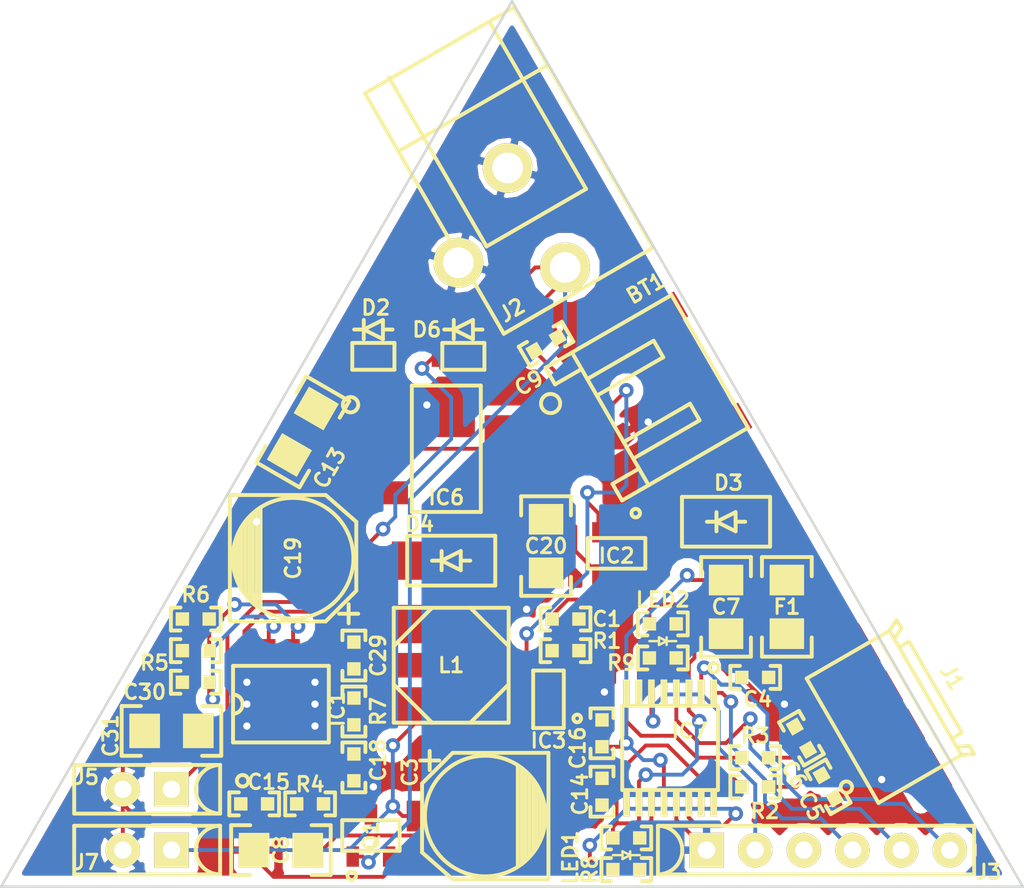
<source format=kicad_pcb>
(kicad_pcb (version 3) (host pcbnew "(2014-05-01 BZR 4839)-product")
  (layers (15 F.Cu signal hide) (0 B.Cu signal hide) (18 B.Paste user) (19 F.Paste user) (20 B.SilkS user) (21 F.SilkS user) (22 B.Mask user) (23 F.Mask user) (28 Edge.Cuts user))
  (net 0 "")
  (net 1 +5V)
  (net 2 /CC_EN)
  (net 3 /CC_IRQ)
  (net 4 /CC_MISO)
  (net 5 /CC_MOSI)
  (net 6 /CC_SCK)
  (net 7 /CC_SEL)
  (net 8 /DC_IN)
  (net 9 /POT_0)
  (net 10 /SW_1)
  (net 11 /USB_CTS)
  (net 12 /USB_DM)
  (net 13 /USB_DP)
  (net 14 /USB_RTS)
  (net 15 /USB_RX)
  (net 16 /USB_TX)
  (net 17 /V_FTDI)
  (net 18 /V_LED)
  (net 19 /V_USB)
  (net 20 GND)
  (net 21 "Net-(AE1-Pad1)")
  (net 22 "Net-(C18-Pad1)")
  (net 23 "Net-(C22-Pad2)")
  (net 24 "Net-(C24-Pad1)")
  (net 25 "Net-(C26-Pad2)")
  (net 26 "Net-(C29-Pad2)")
  (net 27 "Net-(C30-Pad1)")
  (net 28 "Net-(C4-Pad2)")
  (net 29 "Net-(C5-Pad1)")
  (net 30 "Net-(C6-Pad1)")
  (net 31 "Net-(D4-Pad2)")
  (net 32 "Net-(IC1-Pad3)")
  (net 33 "Net-(IC1-Pad6)")
  (net 34 "Net-(IC7-Pad14)")
  (net 35 "Net-(IC7-Pad15)")
  (net 36 "Net-(IC7-Pad7)")
  (net 37 "Net-(IC9-Pad2)")
  (net 38 "Net-(IC9-Pad24)")
  (net 39 "Net-(IC9-Pad27)")
  (net 40 "Net-(IC9-Pad28)")
  (net 41 "Net-(IC9-Pad29)")
  (net 42 "Net-(IC9-Pad3)")
  (net 43 "Net-(IC9-Pad30)")
  (net 44 "Net-(IC9-Pad4)")
  (net 45 "Net-(IC9-Pad5)")
  (net 46 "Net-(IC9-Pad6)")
  (net 47 "Net-(IC9-Pad8)")
  (net 48 "Net-(J1-Pad4)")
  (net 49 "Net-(J8-Pad5)")
  (net 50 "Net-(LED1-Pad1)")
  (net 51 "Net-(LED2-Pad1)")
  (net 52 VCC)
  (net 53 "Net-(IC7-Pad16)")
  (net 54 /VSUP)
  (net 55 "Net-(C13-Pad1)")
  (net 56 "Net-(BT1-Pad1)")
  (module johanson:JOHANSON-2500AT44M0400_2.4GHz-chip-antenna (layer F.Cu) (at 235.077 34.29)
    (fp_text reference AE1 (at 0 1.27) (layer F.SilkS) (effects (font (size 0.762 0.762) (thickness 0.1524))))
    (fp_text value 2500AT44M0400E hide)
    (pad 1 smd rect (at -3.5 0) (size 1 1.5) (layers F.Cu F.Paste F.Mask) (net 21 "Net-(AE1-Pad1)"))
    (pad 2 smd rect (at 3.5 0) (size 1 1.5) (layers F.Cu F.Paste F.Mask))
  )
  (module connect-sm:JST-S2B-PH-SM4-TB_right-angle-jack (layer F.Cu) (at 84.074 101.727 30)
    (fp_text reference BT1 (at 3.314456 -4.978806 210) (layer F.SilkS) (effects (font (size 0.762 0.762) (thickness 0.1524))))
    (fp_text value LIPO hide)
    (pad 1 smd rect (at -2.95 -1 30) (size 3.5 1) (layers F.Cu F.Paste F.Mask) (net 56 "Net-(BT1-Pad1)"))
    (pad 2 smd rect (at -2.95 1 30) (size 3.5 1) (layers F.Cu F.Paste F.Mask) (net 20 GND))
    (pad "" smd rect (at 2.8 -3.35 30) (size 3.4 1.5) (layers F.Cu F.Paste F.Mask))
    (pad "" smd rect (at 2.8 3.35 30) (size 3.4 1.5) (layers F.Cu F.Paste F.Mask))
  )
  (module "passive-smd:0603(1608m)" (layer F.Cu) (at 80.264 113.03)
    (fp_text reference C1 (at 2.159 0) (layer F.SilkS) (effects (font (size 0.762 0.762) (thickness 0.1524))))
    (fp_text value 1uF hide)
    (pad 1 smd rect (at -0.7 0) (size 0.7 0.7) (layers F.Cu F.Paste F.SilkS F.Mask) (net 1 +5V))
    (pad 2 smd rect (at 0.7 0) (size 0.7 0.7) (layers F.Cu F.Paste F.SilkS F.Mask) (net 20 GND))
  )
  (module "passive-smd:0603(1608m)" (layer F.Cu) (at 90.17 116.078)
    (fp_text reference C4 (at 0.127 1.143) (layer F.SilkS) (effects (font (size 0.762 0.762) (thickness 0.1524))))
    (fp_text value 0.1uF hide)
    (pad 1 smd rect (at -0.7 0) (size 0.7 0.7) (layers F.Cu F.Paste F.SilkS F.Mask) (net 20 GND))
    (pad 2 smd rect (at 0.7 0) (size 0.7 0.7) (layers F.Cu F.Paste F.SilkS F.Mask) (net 28 "Net-(C4-Pad2)"))
  )
  (module "passive-smd:0603(1608m)" (layer F.Cu) (at 93.98 121.793 300)
    (fp_text reference C5 (at 0.435382 1.277897 300) (layer F.SilkS) (effects (font (size 0.762 0.762) (thickness 0.1524))))
    (fp_text value 47pF hide)
    (pad 1 smd rect (at -0.7 0 300) (size 0.7 0.7) (layers F.Cu F.Paste F.SilkS F.Mask) (net 29 "Net-(C5-Pad1)"))
    (pad 2 smd rect (at 0.7 0 300) (size 0.7 0.7) (layers F.Cu F.Paste F.SilkS F.Mask) (net 20 GND))
  )
  (module "passive-smd:0603(1608m)" (layer F.Cu) (at 92.583 119.253 120)
    (fp_text reference C6 (at -1.459278 -1.282456 120) (layer F.SilkS) (effects (font (size 0.762 0.762) (thickness 0.1524))))
    (fp_text value 47pF hide)
    (pad 1 smd rect (at -0.7 0 120) (size 0.7 0.7) (layers F.Cu F.Paste F.SilkS F.Mask) (net 30 "Net-(C6-Pad1)"))
    (pad 2 smd rect (at 0.7 0 120) (size 0.7 0.7) (layers F.Cu F.Paste F.SilkS F.Mask) (net 20 GND))
  )
  (module "passive-smd:1206(3216m)" (layer F.Cu) (at 88.646 112.395 90)
    (fp_text reference C7 (at 0 0 180) (layer F.SilkS) (effects (font (size 0.762 0.762) (thickness 0.1524))))
    (fp_text value 10uF hide)
    (pad 1 smd rect (at -1.4 0 90) (size 1.6 1.8) (layers F.Cu F.Paste F.SilkS F.Mask) (net 20 GND))
    (pad 2 smd rect (at 1.4 0 90) (size 1.6 1.8) (layers F.Cu F.Paste F.SilkS F.Mask) (net 19 /V_USB))
  )
  (module "passive-smd:0603(1608m)" (layer F.Cu) (at 79.248 98.679 30)
    (fp_text reference C9 (at -1.785897 1.315264 30) (layer F.SilkS) (effects (font (size 0.762 0.762) (thickness 0.1524))))
    (fp_text value 1uF hide)
    (pad 1 smd rect (at -0.7 0 30) (size 0.7 0.7) (layers F.Cu F.Paste F.SilkS F.Mask) (net 56 "Net-(BT1-Pad1)"))
    (pad 2 smd rect (at 0.7 0 30) (size 0.7 0.7) (layers F.Cu F.Paste F.SilkS F.Mask) (net 20 GND))
  )
  (module "passive-smd:1206(3216m)" (layer F.Cu) (at 66.548 103.251 240)
    (fp_text reference C13 (at 0.951278 -2.162337 240) (layer F.SilkS) (effects (font (size 0.762 0.762) (thickness 0.1524))))
    (fp_text value 10uF hide)
    (pad 1 smd rect (at -1.4 0 240) (size 1.6 1.8) (layers F.Cu F.Paste F.SilkS F.Mask) (net 55 "Net-(C13-Pad1)"))
    (pad 2 smd rect (at 1.4 0 240) (size 1.6 1.8) (layers F.Cu F.Paste F.SilkS F.Mask) (net 20 GND))
  )
  (module "passive-smd:0603(1608m)" (layer F.Cu) (at 82.169 122.047 270)
    (fp_text reference C14 (at 0.127 1.143 270) (layer F.SilkS) (effects (font (size 0.762 0.762) (thickness 0.1524))))
    (fp_text value 0.1uF hide)
    (pad 1 smd rect (at -0.7 0 270) (size 0.7 0.7) (layers F.Cu F.Paste F.SilkS F.Mask) (net 17 /V_FTDI))
    (pad 2 smd rect (at 0.7 0 270) (size 0.7 0.7) (layers F.Cu F.Paste F.SilkS F.Mask) (net 20 GND))
  )
  (module "passive-smd:0603(1608m)" (layer F.Cu) (at 64.008 122.682)
    (fp_text reference C15 (at 0.762 -1.143) (layer F.SilkS) (effects (font (size 0.762 0.762) (thickness 0.1524))))
    (fp_text value 1uF hide)
    (pad 1 smd rect (at -0.7 0) (size 0.7 0.7) (layers F.Cu F.Paste F.SilkS F.Mask) (net 20 GND))
    (pad 2 smd rect (at 0.7 0) (size 0.7 0.7) (layers F.Cu F.Paste F.SilkS F.Mask) (net 54 /VSUP))
  )
  (module "passive-smd:0603(1608m)" (layer F.Cu) (at 82.169 118.999 90)
    (fp_text reference C16 (at -0.762 -1.27 90) (layer F.SilkS) (effects (font (size 0.762 0.762) (thickness 0.1524))))
    (fp_text value 0.1uF hide)
    (pad 1 smd rect (at -0.7 0 90) (size 0.7 0.7) (layers F.Cu F.Paste F.SilkS F.Mask) (net 19 /V_USB))
    (pad 2 smd rect (at 0.7 0 90) (size 0.7 0.7) (layers F.Cu F.Paste F.SilkS F.Mask) (net 20 GND))
  )
  (module capacitor:PANA-D_CHEMI-F_SM-ALUMINUM (layer F.Cu) (at 66.04 109.855 180)
    (fp_text reference C19 (at 0 0 270) (layer F.SilkS) (effects (font (size 0.762 0.762) (thickness 0.1524))))
    (fp_text value 100uF hide)
    (pad 1 smd rect (at -2.5 0 180) (size 3.2 1.6) (layers F.Cu F.Paste F.Mask) (net 18 /V_LED))
    (pad 2 smd rect (at 2.5 0 180) (size 3.2 1.6) (layers F.Cu F.Paste F.Mask) (net 20 GND))
  )
  (module "passive-smd:1206(3216m)" (layer F.Cu) (at 79.248 109.22 270)
    (fp_text reference C20 (at 0 0 360) (layer F.SilkS) (effects (font (size 0.762 0.762) (thickness 0.1524))))
    (fp_text value 22uF hide)
    (pad 1 smd rect (at -1.4 0 270) (size 1.6 1.8) (layers F.Cu F.Paste F.SilkS F.Mask) (net 1 +5V))
    (pad 2 smd rect (at 1.4 0 270) (size 1.6 1.8) (layers F.Cu F.Paste F.SilkS F.Mask) (net 20 GND))
  )
  (module "passive-smd:0603(1608m)" (layer F.Cu) (at 227.076 34.163 180)
    (fp_text reference C22 (at 0 -1.27 180) (layer F.SilkS) (effects (font (size 0.762 0.762) (thickness 0.1524))))
    (fp_text value 2.2pF hide)
    (pad 1 smd rect (at -0.7 0 180) (size 0.7 0.7) (layers F.Cu F.Paste F.SilkS F.Mask) (net 21 "Net-(AE1-Pad1)"))
    (pad 2 smd rect (at 0.7 0 180) (size 0.7 0.7) (layers F.Cu F.Paste F.SilkS F.Mask) (net 23 "Net-(C22-Pad2)"))
  )
  (module "passive-smd:0603(1608m)" (layer F.Cu) (at 223.012 36.449 90)
    (fp_text reference C24 (at 0.254 -1.524 90) (layer F.SilkS) (effects (font (size 0.762 0.762) (thickness 0.1524))))
    (fp_text value 10pF hide)
    (pad 1 smd rect (at -0.7 0 90) (size 0.7 0.7) (layers F.Cu F.Paste F.SilkS F.Mask) (net 24 "Net-(C24-Pad1)"))
    (pad 2 smd rect (at 0.7 0 90) (size 0.7 0.7) (layers F.Cu F.Paste F.SilkS F.Mask) (net 23 "Net-(C22-Pad2)"))
  )
  (module "passive-smd:0603(1608m)" (layer F.Cu) (at 222.25 38.735 180)
    (fp_text reference C26 (at -2.794 -0.127 180) (layer F.SilkS) (effects (font (size 0.762 0.762) (thickness 0.1524))))
    (fp_text value "DNP(10pF)" hide)
    (pad 1 smd rect (at -0.7 0 180) (size 0.7 0.7) (layers F.Cu F.Paste F.SilkS F.Mask) (net 24 "Net-(C24-Pad1)"))
    (pad 2 smd rect (at 0.7 0 180) (size 0.7 0.7) (layers F.Cu F.Paste F.SilkS F.Mask) (net 25 "Net-(C26-Pad2)"))
  )
  (module "passive-smd:0603(1608m)" (layer F.Cu) (at 234.061 49.784 270)
    (fp_text reference C27 (at 0.127 -1.524 270) (layer F.SilkS) (effects (font (size 0.762 0.762) (thickness 0.1524))))
    (fp_text value 1uF hide)
    (pad 1 smd rect (at -0.7 0 270) (size 0.7 0.7) (layers F.Cu F.Paste F.SilkS F.Mask) (net 52 VCC))
    (pad 2 smd rect (at 0.7 0 270) (size 0.7 0.7) (layers F.Cu F.Paste F.SilkS F.Mask) (net 20 GND))
  )
  (module "passive-smd:0603(1608m)" (layer F.Cu) (at 234.061 52.959 270)
    (fp_text reference C28 (at 0 -1.524 270) (layer F.SilkS) (effects (font (size 0.762 0.762) (thickness 0.1524))))
    (fp_text value 1uF hide)
    (pad 1 smd rect (at -0.7 0 270) (size 0.7 0.7) (layers F.Cu F.Paste F.SilkS F.Mask) (net 20 GND))
    (pad 2 smd rect (at 0.7 0 270) (size 0.7 0.7) (layers F.Cu F.Paste F.SilkS F.Mask) (net 52 VCC))
  )
  (module "passive-smd:1206(3216m)" (layer F.Cu) (at 91.821 112.395 90)
    (fp_text reference F1 (at 0 0 180) (layer F.SilkS) (effects (font (size 0.762 0.762) (thickness 0.1524))))
    (fp_text value 2A hide)
    (pad 1 smd rect (at -1.4 0 90) (size 1.6 1.8) (layers F.Cu F.Paste F.SilkS F.Mask) (net 28 "Net-(C4-Pad2)"))
    (pad 2 smd rect (at 1.4 0 90) (size 1.6 1.8) (layers F.Cu F.Paste F.SilkS F.Mask) (net 19 /V_USB))
  )
  (module sot:SOT23-5 (layer F.Cu) (at 82.931 109.601 270)
    (fp_text reference IC2 (at 0.127 0 360) (layer F.SilkS) (effects (font (size 0.762 0.762) (thickness 0.1524))))
    (fp_text value MCP73811 hide)
    (pad 1 smd rect (at -1.1 -0.95 270) (size 1.06 0.65) (layers F.Cu F.Paste F.Mask) (net 1 +5V))
    (pad 2 smd rect (at -1.1 0 270) (size 1.06 0.65) (layers F.Cu F.Paste F.Mask) (net 20 GND))
    (pad 3 smd rect (at -1.1 0.95 270) (size 1.06 0.65) (layers F.Cu F.Paste F.Mask) (net 56 "Net-(BT1-Pad1)"))
    (pad 4 smd rect (at 1.1 0.95 270) (size 1.06 0.65) (layers F.Cu F.Paste F.Mask) (net 1 +5V))
    (pad 5 smd rect (at 1.1 -0.95 270) (size 1.06 0.65) (layers F.Cu F.Paste F.Mask) (net 1 +5V))
  )
  (module sot:SOT223 (layer F.Cu) (at 74.041 104.14)
    (fp_text reference IC6 (at 0 2.54) (layer F.SilkS) (effects (font (size 0.762 0.762) (thickness 0.1524))))
    (fp_text value LM1117_5.0 hide)
    (pad 1 smd rect (at -3.1 -2.3) (size 2.2 1.2) (layers F.Cu F.Paste F.Mask) (net 20 GND))
    (pad 2 smd rect (at -3.1 0) (size 2.2 1.2) (layers F.Cu F.Paste F.Mask) (net 1 +5V))
    (pad 3 smd rect (at -3.1 2.3) (size 2.2 1.2) (layers F.Cu F.Paste F.Mask) (net 55 "Net-(C13-Pad1)"))
    (pad 0 smd rect (at 3.1 0) (size 2.2 3.5) (layers F.Cu F.Paste F.Mask) (net 1 +5V))
  )
  (module sop:SSOP16 (layer F.Cu) (at 85.725 119.761 270)
    (fp_text reference IC7 (at -0.889 -1.016 360) (layer F.SilkS) (effects (font (size 0.762 0.762) (thickness 0.1524))))
    (fp_text value FT230X_SOP hide)
    (pad 9 smd rect (at 2.87528 2.27584 270) (size 1.39954 0.35052) (layers F.Cu F.Paste F.SilkS F.Mask) (net 12 /USB_DM))
    (pad 10 smd rect (at 2.87528 1.6256 270) (size 1.39954 0.35052) (layers F.Cu F.Paste F.SilkS F.Mask) (net 17 /V_FTDI))
    (pad 11 smd rect (at 2.87528 0.97536 270) (size 1.39954 0.35052) (layers F.Cu F.Paste F.SilkS F.Mask) (net 17 /V_FTDI))
    (pad 12 smd rect (at 2.87528 0.32512 270) (size 1.39954 0.35052) (layers F.Cu F.Paste F.SilkS F.Mask) (net 19 /V_USB))
    (pad 13 smd rect (at 2.87528 -0.32512 270) (size 1.39954 0.35052) (layers F.Cu F.Paste F.SilkS F.Mask) (net 20 GND))
    (pad 14 smd rect (at 2.87528 -0.97536 270) (size 1.39954 0.35052) (layers F.Cu F.Paste F.SilkS F.Mask) (net 34 "Net-(IC7-Pad14)"))
    (pad 15 smd rect (at 2.87528 -1.6256 270) (size 1.39954 0.35052) (layers F.Cu F.Paste F.SilkS F.Mask) (net 35 "Net-(IC7-Pad15)"))
    (pad 16 smd rect (at 2.87528 -2.27584 270) (size 1.39954 0.35052) (layers F.Cu F.Paste F.SilkS F.Mask) (net 53 "Net-(IC7-Pad16)"))
    (pad 1 smd rect (at -2.87528 -2.27584 270) (size 1.39954 0.35052) (layers F.Cu F.Paste F.SilkS F.Mask) (net 16 /USB_TX))
    (pad 2 smd rect (at -2.87528 -1.6256 270) (size 1.39954 0.35052) (layers F.Cu F.Paste F.SilkS F.Mask) (net 14 /USB_RTS))
    (pad 3 smd rect (at -2.87528 -0.97536 270) (size 1.39954 0.35052) (layers F.Cu F.Paste F.SilkS F.Mask) (net 17 /V_FTDI))
    (pad 4 smd rect (at -2.87528 -0.32512 270) (size 1.39954 0.35052) (layers F.Cu F.Paste F.SilkS F.Mask) (net 15 /USB_RX))
    (pad 5 smd rect (at -2.87528 0.32512 270) (size 1.39954 0.35052) (layers F.Cu F.Paste F.SilkS F.Mask) (net 20 GND))
    (pad 6 smd rect (at -2.87528 0.97536 270) (size 1.39954 0.35052) (layers F.Cu F.Paste F.SilkS F.Mask) (net 11 /USB_CTS))
    (pad 7 smd rect (at -2.87528 1.6256 270) (size 1.39954 0.35052) (layers F.Cu F.Paste F.SilkS F.Mask) (net 36 "Net-(IC7-Pad7)"))
    (pad 8 smd rect (at -2.87528 2.27584 270) (size 1.39954 0.35052) (layers F.Cu F.Paste F.SilkS F.Mask) (net 13 /USB_DP))
  )
  (module texas:CC3000 (layer F.Cu) (at 226.06 48.26)
    (fp_text reference IC9 (at -5.842 9.017) (layer F.SilkS) (effects (font (size 0.762 0.762) (thickness 0.1524))))
    (fp_text value CC3000 hide)
    (pad 37 smd rect (at -2.15 -3.6) (size 2.4 1.9) (layers F.Cu F.Paste F.Mask) (net 20 GND))
    (pad 38 smd rect (at -2.15 0) (size 2.4 1.9) (layers F.Cu F.Paste F.Mask) (net 20 GND))
    (pad 39 smd rect (at -2.15 3.6) (size 2.4 1.9) (layers F.Cu F.Paste F.Mask) (net 20 GND))
    (pad 40 smd rect (at 2.15 -3.6) (size 2.4 1.9) (layers F.Cu F.Paste F.Mask) (net 20 GND))
    (pad 41 smd rect (at 2.15 0) (size 2.4 1.9) (layers F.Cu F.Paste F.Mask) (net 20 GND))
    (pad 42 smd rect (at 2.15 3.6) (size 2.4 1.9) (layers F.Cu F.Paste F.Mask) (net 20 GND))
    (pad 44 smd rect (at -5.85 7.25) (size 1.2 1.2) (layers F.Cu F.Paste F.Mask) (net 20 GND))
    (pad 45 smd rect (at 5.85 7.25) (size 1.2 1.2) (layers F.Cu F.Paste F.Mask) (net 20 GND))
    (pad 46 smd rect (at 5.85 -7.25) (size 1.2 1.2) (layers F.Cu F.Paste F.Mask) (net 20 GND))
    (pad 43 smd rect (at -5.85 -7.25) (size 1.2 1.2) (layers F.Cu F.Paste F.Mask) (net 20 GND))
    (pad 1 smd rect (at -5.85 -5.4) (size 1.2 0.7) (layers F.Cu F.Paste F.Mask) (net 20 GND))
    (pad 2 smd rect (at -5.85 -4.2) (size 1.2 0.7) (layers F.Cu F.Paste F.Mask) (net 37 "Net-(IC9-Pad2)"))
    (pad 3 smd rect (at -5.85 -3) (size 1.2 0.7) (layers F.Cu F.Paste F.Mask) (net 42 "Net-(IC9-Pad3)"))
    (pad 4 smd rect (at -5.85 -1.8) (size 1.2 0.7) (layers F.Cu F.Paste F.Mask) (net 44 "Net-(IC9-Pad4)"))
    (pad 5 smd rect (at -5.85 -0.6) (size 1.2 0.7) (layers F.Cu F.Paste F.Mask) (net 45 "Net-(IC9-Pad5)"))
    (pad 6 smd rect (at -5.85 0.6) (size 1.2 0.7) (layers F.Cu F.Paste F.Mask) (net 46 "Net-(IC9-Pad6)"))
    (pad 7 smd rect (at -5.85 1.8) (size 1.2 0.7) (layers F.Cu F.Paste F.Mask) (net 45 "Net-(IC9-Pad5)"))
    (pad 8 smd rect (at -5.85 3) (size 1.2 0.7) (layers F.Cu F.Paste F.Mask) (net 47 "Net-(IC9-Pad8)"))
    (pad 9 smd rect (at -5.85 4.2) (size 1.2 0.7) (layers F.Cu F.Paste F.Mask) (net 20 GND))
    (pad 10 smd rect (at -5.85 5.4) (size 1.2 0.7) (layers F.Cu F.Paste F.Mask) (net 20 GND))
    (pad 11 smd rect (at -4.2 7.25 90) (size 1.2 0.7) (layers F.Cu F.Paste F.Mask) (net 20 GND))
    (pad 12 smd rect (at -3 7.25 90) (size 1.2 0.7) (layers F.Cu F.Paste F.Mask) (net 7 /CC_SEL))
    (pad 13 smd rect (at -1.8 7.25 90) (size 1.2 0.7) (layers F.Cu F.Paste F.Mask) (net 4 /CC_MISO))
    (pad 14 smd rect (at -0.6 7.25 90) (size 1.2 0.7) (layers F.Cu F.Paste F.Mask) (net 3 /CC_IRQ))
    (pad 15 smd rect (at 0.6 7.25 90) (size 1.2 0.7) (layers F.Cu F.Paste F.Mask) (net 5 /CC_MOSI))
    (pad 16 smd rect (at 1.8 7.25 90) (size 1.2 0.7) (layers F.Cu F.Paste F.Mask) (net 20 GND))
    (pad 17 smd rect (at 3 7.25 90) (size 1.2 0.7) (layers F.Cu F.Paste F.Mask) (net 6 /CC_SCK))
    (pad 18 smd rect (at 4.2 7.25 90) (size 1.2 0.7) (layers F.Cu F.Paste F.Mask) (net 20 GND))
    (pad 19 smd rect (at 5.85 5.4) (size 1.2 0.7) (layers F.Cu F.Paste F.Mask) (net 52 VCC))
    (pad 20 smd rect (at 5.85 4.2) (size 1.2 0.7) (layers F.Cu F.Paste F.Mask) (net 20 GND))
    (pad 21 smd rect (at 5.85 3) (size 1.2 0.7) (layers F.Cu F.Paste F.Mask) (net 20 GND))
    (pad 22 smd rect (at 5.85 1.8) (size 1.2 0.7) (layers F.Cu F.Paste F.Mask) (net 20 GND))
    (pad 23 smd rect (at 5.85 0.6) (size 1.2 0.7) (layers F.Cu F.Paste F.Mask) (net 52 VCC))
    (pad 24 smd rect (at 5.85 -0.6) (size 1.2 0.7) (layers F.Cu F.Paste F.Mask) (net 38 "Net-(IC9-Pad24)"))
    (pad 25 smd rect (at 5.85 -1.8) (size 1.2 0.7) (layers F.Cu F.Paste F.Mask) (net 20 GND))
    (pad 26 smd rect (at 5.85 -3) (size 1.2 0.7) (layers F.Cu F.Paste F.Mask) (net 2 /CC_EN))
    (pad 27 smd rect (at 5.85 -4.2) (size 1.2 0.7) (layers F.Cu F.Paste F.Mask) (net 39 "Net-(IC9-Pad27)"))
    (pad 28 smd rect (at 5.85 -5.4) (size 1.2 0.7) (layers F.Cu F.Paste F.Mask) (net 40 "Net-(IC9-Pad28)"))
    (pad 29 smd rect (at 4.2 -7.25 90) (size 1.2 0.7) (layers F.Cu F.Paste F.Mask) (net 41 "Net-(IC9-Pad29)"))
    (pad 30 smd rect (at 3 -7.25 90) (size 1.2 0.7) (layers F.Cu F.Paste F.Mask) (net 43 "Net-(IC9-Pad30)"))
    (pad 31 smd rect (at 1.8 -7.25 90) (size 1.2 0.7) (layers F.Cu F.Paste F.Mask) (net 20 GND))
    (pad 32 smd rect (at 0.6 -7.25 90) (size 1.2 0.7) (layers F.Cu F.Paste F.Mask) (net 20 GND))
    (pad 33 smd rect (at -0.6 -7.25 90) (size 1.2 0.7) (layers F.Cu F.Paste F.Mask) (net 20 GND))
    (pad 34 smd rect (at -1.8 -7.25 90) (size 1.2 0.7) (layers F.Cu F.Paste F.Mask) (net 20 GND))
    (pad 35 smd rect (at -3 -7.25 90) (size 1.2 0.7) (layers F.Cu F.Paste F.Mask) (net 24 "Net-(C24-Pad1)"))
    (pad 36 smd rect (at -4.2 -7.25 90) (size 1.2 0.7) (layers F.Cu F.Paste F.Mask) (net 20 GND))
  )
  (module connect-sm:MICROUSB_sm (layer F.Cu) (at 97.155 117.983 120)
    (fp_text reference J1 (at 0 3.81 120) (layer F.SilkS) (effects (font (size 0.762 0.762) (thickness 0.1524))))
    (fp_text value MICROUSB hide)
    (pad 1 smd rect (at -1.3 -2.8 210) (size 1.4 0.4) (layers F.Cu F.Paste F.Mask) (net 28 "Net-(C4-Pad2)"))
    (pad 2 smd rect (at -0.65 -2.8 210) (size 1.4 0.4) (layers F.Cu F.Paste F.Mask) (net 29 "Net-(C5-Pad1)"))
    (pad 3 smd rect (at 0 -2.8 210) (size 1.4 0.4) (layers F.Cu F.Paste F.Mask) (net 30 "Net-(C6-Pad1)"))
    (pad 4 smd rect (at 0.65 -2.8 210) (size 1.4 0.4) (layers F.Cu F.Paste F.Mask) (net 48 "Net-(J1-Pad4)"))
    (pad 5 smd rect (at 1.3 -2.8 210) (size 1.4 0.4) (layers F.Cu F.Paste F.Mask) (net 20 GND))
    (pad "" smd rect (at -3.75 0.05 210) (size 1.9 2.3) (layers F.Cu F.Paste F.Mask))
    (pad "" smd rect (at 3.75 0.05 210) (size 1.9 2.3) (layers F.Cu F.Paste F.Mask))
    (pad "" smd rect (at 1.15 0.05 210) (size 1.9 1.8) (layers F.Cu F.Paste F.Mask))
    (pad "" smd rect (at -1.15 0.05 210) (size 1.9 1.8) (layers F.Cu F.Paste F.Mask))
  )
  (module sip:SIP6 (layer F.Cu) (at 93.98 125.095)
    (fp_text reference J3 (at 8.382 1.143) (layer F.SilkS) (effects (font (size 0.762 0.762) (thickness 0.1524))))
    (fp_text value SERIAL hide)
    (pad 1 thru_hole rect (at -6.35 0) (size 1.8 1.8) (drill 0.9) (layers *.Cu *.Mask F.SilkS) (net 20 GND))
    (pad 2 thru_hole circle (at -3.81 0) (size 1.8 1.8) (drill 0.9) (layers *.Cu *.Mask F.SilkS) (net 11 /USB_CTS))
    (pad 3 thru_hole circle (at -1.27 0) (size 1.8 1.8) (drill 0.9) (layers *.Cu *.Mask F.SilkS) (net 52 VCC))
    (pad 5 thru_hole circle (at 3.81 0) (size 1.8 1.8) (drill 0.9) (layers *.Cu *.Mask F.SilkS) (net 15 /USB_RX))
    (pad 6 thru_hole circle (at 6.35 0) (size 1.8 1.8) (drill 0.9) (layers *.Cu *.Mask F.SilkS) (net 14 /USB_RTS))
    (pad 4 thru_hole circle (at 1.27 0) (size 1.8 1.8) (drill 0.9) (layers *.Cu *.Mask F.SilkS) (net 16 /USB_TX))
  )
  (module sip:SIP5 (layer F.Cu) (at 178.181 70.104)
    (fp_text reference J4 (at 5.715 -1.905) (layer F.SilkS) (effects (font (size 0.762 0.762) (thickness 0.1524))))
    (fp_text value 5PIN_INPUT hide)
    (pad 1 thru_hole rect (at -5.08 0) (size 1.8 1.8) (drill 0.9) (layers *.Cu *.Mask F.SilkS) (net 3 /CC_IRQ))
    (pad 2 thru_hole circle (at -2.54 0) (size 1.8 1.8) (drill 0.9) (layers *.Cu *.Mask F.SilkS) (net 10 /SW_1))
    (pad 3 thru_hole circle (at 0 0) (size 1.8 1.8) (drill 0.9) (layers *.Cu *.Mask F.SilkS) (net 9 /POT_0))
    (pad 5 thru_hole circle (at 5.08 0) (size 1.8 1.8) (drill 0.9) (layers *.Cu *.Mask F.SilkS) (net 7 /CC_SEL))
    (pad 4 thru_hole circle (at 2.54 0) (size 1.8 1.8) (drill 0.9) (layers *.Cu *.Mask F.SilkS) (net 2 /CC_EN))
  )
  (module sip:SIP2 (layer F.Cu) (at 58.42 121.92 180)
    (fp_text reference J5 (at 3.175 0.635 180) (layer F.SilkS) (effects (font (size 0.762 0.762) (thickness 0.1524))))
    (fp_text value 2PIN_POWER hide)
    (pad 1 thru_hole rect (at -1.27 0 180) (size 1.8 1.8) (drill 0.9) (layers *.Cu *.Mask F.SilkS) (net 18 /V_LED))
    (pad 2 thru_hole circle (at 1.27 0 180) (size 1.8 1.8) (drill 0.9) (layers *.Cu *.Mask F.SilkS) (net 20 GND))
  )
  (module sip:SIP2 (layer F.Cu) (at 58.42 125.095 180)
    (fp_text reference J7 (at 3.175 -0.635 180) (layer F.SilkS) (effects (font (size 0.762 0.762) (thickness 0.1524))))
    (fp_text value 2PIN_POWER hide)
    (pad 1 thru_hole rect (at -1.27 0 180) (size 1.8 1.8) (drill 0.9) (layers *.Cu *.Mask F.SilkS) (net 54 /VSUP))
    (pad 2 thru_hole circle (at 1.27 0 180) (size 1.8 1.8) (drill 0.9) (layers *.Cu *.Mask F.SilkS) (net 20 GND))
  )
  (module connect-thru:2x3-ARRAY_P100mil (layer F.Cu) (at 230.124 64.516)
    (fp_text reference J8 (at 0 5.08) (layer F.SilkS) (effects (font (size 0.762 0.762) (thickness 0.1524))))
    (fp_text value AVR_ISP hide)
    (pad 1 thru_hole rect (at -1.27 -2.54) (size 1.7 1.7) (drill 0.9) (layers *.Cu *.Mask F.SilkS) (net 4 /CC_MISO))
    (pad 2 thru_hole circle (at 1.27 -2.54) (size 1.7 1.7) (drill 0.9) (layers *.Cu *.Mask F.SilkS) (net 52 VCC))
    (pad 3 thru_hole circle (at -1.27 0) (size 1.7 1.7) (drill 0.9) (layers *.Cu *.Mask F.SilkS) (net 6 /CC_SCK))
    (pad 4 thru_hole circle (at 1.27 0) (size 1.7 1.7) (drill 0.9) (layers *.Cu *.Mask F.SilkS) (net 5 /CC_MOSI))
    (pad 5 thru_hole circle (at -1.27 2.54) (size 1.7 1.7) (drill 0.9) (layers *.Cu *.Mask F.SilkS) (net 49 "Net-(J8-Pad5)"))
    (pad 6 thru_hole circle (at 1.27 2.54) (size 1.7 1.7) (drill 0.9) (layers *.Cu *.Mask F.SilkS) (net 20 GND))
  )
  (module connect-sm:U.FL-COAX (layer F.Cu) (at 215.9 35.56 90)
    (fp_text reference J9 (at -2.286 1.397 90) (layer F.SilkS) (effects (font (size 0.762 0.762) (thickness 0.1524))))
    (fp_text value UF.L hide)
    (pad 1 smd rect (at -1.5 0 90) (size 1 1) (layers F.Cu F.Paste F.Mask) (net 25 "Net-(C26-Pad2)"))
    (pad 2 smd rect (at 0 -1.5 90) (size 2.2 1) (layers F.Cu F.Paste F.Mask) (net 20 GND))
    (pad 3 smd rect (at 0 1.5 90) (size 2.2 1) (layers F.Cu F.Paste F.Mask) (net 20 GND))
  )
  (module jumper:SOLDER-JUMPER_2-WAY (layer F.Cu) (at 215.9 48.26 180)
    (fp_text reference JP3 (at 5.08 0 180) (layer F.SilkS) (effects (font (size 0.762 0.762) (thickness 0.1524))))
    (fp_text value MODE-SEL hide)
    (pad 1 smd rect (at -1.35 0 180) (size 1 1) (layers F.Cu F.Paste F.Mask) (net 45 "Net-(IC9-Pad5)"))
    (pad 3 smd rect (at 1.35 0 180) (size 1 1) (layers F.Cu F.Paste F.Mask) (net 20 GND))
    (pad 2 smd rect (at 0 0 180) (size 1 1) (layers F.Cu F.Paste F.Mask) (net 45 "Net-(IC9-Pad5)"))
  )
  (module "passive-smd:0603(1608m)" (layer F.Cu) (at 229.362 34.925 270)
    (fp_text reference L2 (at 2.286 0 270) (layer F.SilkS) (effects (font (size 0.762 0.762) (thickness 0.1524))))
    (fp_text value DNP hide)
    (pad 1 smd rect (at -0.7 0 270) (size 0.7 0.7) (layers F.Cu F.Paste F.SilkS F.Mask) (net 21 "Net-(AE1-Pad1)"))
    (pad 2 smd rect (at 0.7 0 270) (size 0.7 0.7) (layers F.Cu F.Paste F.SilkS F.Mask) (net 20 GND))
  )
  (module "passive-smd:0603(1608m)" (layer F.Cu) (at 224.79 34.925 270)
    (fp_text reference L3 (at 2.286 0 270) (layer F.SilkS) (effects (font (size 0.762 0.762) (thickness 0.1524))))
    (fp_text value 2.2nH hide)
    (pad 1 smd rect (at -0.7 0 270) (size 0.7 0.7) (layers F.Cu F.Paste F.SilkS F.Mask) (net 23 "Net-(C22-Pad2)"))
    (pad 2 smd rect (at 0.7 0 270) (size 0.7 0.7) (layers F.Cu F.Paste F.SilkS F.Mask) (net 20 GND))
  )
  (module "led:0603(1608m)-SM-LED" (layer F.Cu) (at 83.439 124.46 180)
    (fp_text reference LED1 (at 2.921 -1.016 270) (layer F.SilkS) (effects (font (size 0.762 0.762) (thickness 0.1524))))
    (fp_text value YEL hide)
    (pad 1 smd rect (at -0.7 0 180) (size 0.7 0.7) (layers F.Cu F.Paste F.SilkS F.Mask) (net 50 "Net-(LED1-Pad1)"))
    (pad 2 smd rect (at 0.7 0 180) (size 0.7 0.7) (layers F.Cu F.Paste F.SilkS F.Mask) (net 17 /V_FTDI))
  )
  (module "led:0603(1608m)-SM-LED" (layer F.Cu) (at 85.344 113.284 180)
    (fp_text reference LED2 (at 0 1.27 180) (layer F.SilkS) (effects (font (size 0.762 0.762) (thickness 0.1524))))
    (fp_text value GRN hide)
    (pad 1 smd rect (at -0.7 0 180) (size 0.7 0.7) (layers F.Cu F.Paste F.SilkS F.Mask) (net 51 "Net-(LED2-Pad1)"))
    (pad 2 smd rect (at 0.7 0 180) (size 0.7 0.7) (layers F.Cu F.Paste F.SilkS F.Mask) (net 17 /V_FTDI))
  )
  (module sot:SOT23 (layer F.Cu) (at 70.104 124.333 90)
    (fp_text reference Q1 (at 0 0 90) (layer F.SilkS) (effects (font (size 0.762 0.762) (thickness 0.1524))))
    (fp_text value 2N7002 hide)
    (pad 1 smd rect (at -1.1 -0.95 90) (size 1.06 0.65) (layers F.Cu F.Paste F.Mask) (net 8 /DC_IN))
    (pad 3 smd rect (at 1.1 0 90) (size 1.06 0.65) (layers F.Cu F.Paste F.Mask) (net 32 "Net-(IC1-Pad3)"))
    (pad 2 smd rect (at -1.1 0.95 90) (size 1.06 0.65) (layers F.Cu F.Paste F.Mask) (net 20 GND))
  )
  (module "passive-smd:0603(1608m)" (layer F.Cu) (at 80.264 114.681 180)
    (fp_text reference R1 (at -2.159 0.508 180) (layer F.SilkS) (effects (font (size 0.762 0.762) (thickness 0.1524))))
    (fp_text value 100kΩ hide)
    (pad 1 smd rect (at -0.7 0 180) (size 0.7 0.7) (layers F.Cu F.Paste F.SilkS F.Mask) (net 20 GND))
    (pad 2 smd rect (at 0.7 0 180) (size 0.7 0.7) (layers F.Cu F.Paste F.SilkS F.Mask) (net 1 +5V))
  )
  (module "passive-smd:0603(1608m)" (layer F.Cu) (at 90.17 121.793 180)
    (fp_text reference R2 (at -0.508 -1.27 360) (layer F.SilkS) (effects (font (size 0.762 0.762) (thickness 0.1524))))
    (fp_text value 27Ω hide)
    (pad 1 smd rect (at -0.7 0 180) (size 0.7 0.7) (layers F.Cu F.Paste F.SilkS F.Mask) (net 29 "Net-(C5-Pad1)"))
    (pad 2 smd rect (at 0.7 0 180) (size 0.7 0.7) (layers F.Cu F.Paste F.SilkS F.Mask) (net 12 /USB_DM))
  )
  (module "passive-smd:0603(1608m)" (layer F.Cu) (at 90.17 120.269 180)
    (fp_text reference R3 (at 0 1.143 180) (layer F.SilkS) (effects (font (size 0.762 0.762) (thickness 0.1524))))
    (fp_text value 27Ω hide)
    (pad 1 smd rect (at -0.7 0 180) (size 0.7 0.7) (layers F.Cu F.Paste F.SilkS F.Mask) (net 30 "Net-(C6-Pad1)"))
    (pad 2 smd rect (at 0.7 0 180) (size 0.7 0.7) (layers F.Cu F.Paste F.SilkS F.Mask) (net 13 /USB_DP))
  )
  (module "passive-smd:0603(1608m)" (layer F.Cu) (at 66.929 122.682)
    (fp_text reference R4 (at 0 -1.016) (layer F.SilkS) (effects (font (size 0.762 0.762) (thickness 0.1524))))
    (fp_text value 10k hide)
    (pad 1 smd rect (at -0.7 0) (size 0.7 0.7) (layers F.Cu F.Paste F.SilkS F.Mask) (net 54 /VSUP))
    (pad 2 smd rect (at 0.7 0) (size 0.7 0.7) (layers F.Cu F.Paste F.SilkS F.Mask) (net 32 "Net-(IC1-Pad3)"))
  )
  (module "passive-smd:0603(1608m)" (layer F.Cu) (at 60.96 114.681 180)
    (fp_text reference R5 (at 2.159 -0.635 180) (layer F.SilkS) (effects (font (size 0.762 0.762) (thickness 0.1524))))
    (fp_text value 10kΩ hide)
    (pad 1 smd rect (at -0.7 0 180) (size 0.7 0.7) (layers F.Cu F.Paste F.SilkS F.Mask) (net 33 "Net-(IC1-Pad6)"))
    (pad 2 smd rect (at 0.7 0 180) (size 0.7 0.7) (layers F.Cu F.Paste F.SilkS F.Mask) (net 20 GND))
  )
  (module "passive-smd:0603(1608m)" (layer F.Cu) (at 60.96 113.03 180)
    (fp_text reference R6 (at 0 1.27 180) (layer F.SilkS) (effects (font (size 0.762 0.762) (thickness 0.1524))))
    (fp_text value 47kΩ hide)
    (pad 1 smd rect (at -0.7 0 180) (size 0.7 0.7) (layers F.Cu F.Paste F.SilkS F.Mask) (net 33 "Net-(IC1-Pad6)"))
    (pad 2 smd rect (at 0.7 0 180) (size 0.7 0.7) (layers F.Cu F.Paste F.SilkS F.Mask) (net 18 /V_LED))
  )
  (module "passive-smd:0603(1608m)" (layer F.Cu) (at 69.215 117.856 90)
    (fp_text reference R7 (at 0 1.27 90) (layer F.SilkS) (effects (font (size 0.762 0.762) (thickness 0.1524))))
    (fp_text value 51k hide)
    (pad 1 smd rect (at -0.7 0 90) (size 0.7 0.7) (layers F.Cu F.Paste F.SilkS F.Mask) (net 22 "Net-(C18-Pad1)"))
    (pad 2 smd rect (at 0.7 0 90) (size 0.7 0.7) (layers F.Cu F.Paste F.SilkS F.Mask) (net 26 "Net-(C29-Pad2)"))
  )
  (module "passive-smd:0603(1608m)" (layer F.Cu) (at 83.439 126.111)
    (fp_text reference R8 (at -1.905 0 90) (layer F.SilkS) (effects (font (size 0.762 0.762) (thickness 0.1524))))
    (fp_text value 330Ω hide)
    (pad 1 smd rect (at -0.7 0) (size 0.7 0.7) (layers F.Cu F.Paste F.SilkS F.Mask) (net 34 "Net-(IC7-Pad14)"))
    (pad 2 smd rect (at 0.7 0) (size 0.7 0.7) (layers F.Cu F.Paste F.SilkS F.Mask) (net 50 "Net-(LED1-Pad1)"))
  )
  (module "passive-smd:0603(1608m)" (layer F.Cu) (at 85.344 115.062)
    (fp_text reference R9 (at -2.159 0.254 180) (layer F.SilkS) (effects (font (size 0.762 0.762) (thickness 0.1524))))
    (fp_text value 330Ω hide)
    (pad 1 smd rect (at -0.7 0) (size 0.7 0.7) (layers F.Cu F.Paste F.SilkS F.Mask) (net 36 "Net-(IC7-Pad7)"))
    (pad 2 smd rect (at 0.7 0) (size 0.7 0.7) (layers F.Cu F.Paste F.SilkS F.Mask) (net 51 "Net-(LED2-Pad1)"))
  )
  (module "passive-smd:0603(1608m)" (layer F.Cu) (at 178.308 25.146 90)
    (fp_text reference R10 (at 0 1.27 90) (layer F.SilkS) (effects (font (size 0.762 0.762) (thickness 0.1524))))
    (fp_text value 10kΩ hide)
    (pad 1 smd rect (at -0.7 0 90) (size 0.7 0.7) (layers F.Cu F.Paste F.SilkS F.Mask) (net 52 VCC))
    (pad 2 smd rect (at 0.7 0 90) (size 0.7 0.7) (layers F.Cu F.Paste F.SilkS F.Mask) (net 3 /CC_IRQ))
  )
  (module "passive-smd:0603(1608m)" (layer F.Cu) (at 178.435 35.56 90)
    (fp_text reference R11 (at 0 1.27 90) (layer F.SilkS) (effects (font (size 0.762 0.762) (thickness 0.1524))))
    (fp_text value 10kΩ hide)
    (pad 1 smd rect (at -0.7 0 90) (size 0.7 0.7) (layers F.Cu F.Paste F.SilkS F.Mask) (net 52 VCC))
    (pad 2 smd rect (at 0.7 0 90) (size 0.7 0.7) (layers F.Cu F.Paste F.SilkS F.Mask) (net 10 /SW_1))
  )
  (module "passive-smd:0603(1608m)" (layer F.Cu) (at 229.616 38.862)
    (fp_text reference R12 (at 2.54 0) (layer F.SilkS) (effects (font (size 0.762 0.762) (thickness 0.1524))))
    (fp_text value 0Ω hide)
    (pad 1 smd rect (at -0.7 0) (size 0.7 0.7) (layers F.Cu F.Paste F.SilkS F.Mask) (net 43 "Net-(IC9-Pad30)"))
    (pad 2 smd rect (at 0.7 0) (size 0.7 0.7) (layers F.Cu F.Paste F.SilkS F.Mask) (net 41 "Net-(IC9-Pad29)"))
  )
  (module "passive-smd:0603(1608m)" (layer F.Cu) (at 234.061 43.561 270)
    (fp_text reference R13 (at 0 -1.524 270) (layer F.SilkS) (effects (font (size 0.762 0.762) (thickness 0.1524))))
    (fp_text value 0Ω hide)
    (pad 1 smd rect (at -0.7 0 270) (size 0.7 0.7) (layers F.Cu F.Paste F.SilkS F.Mask) (net 40 "Net-(IC9-Pad28)"))
    (pad 2 smd rect (at 0.7 0 270) (size 0.7 0.7) (layers F.Cu F.Paste F.SilkS F.Mask) (net 39 "Net-(IC9-Pad27)"))
  )
  (module switch:SPST-4-PIN_6mm_thru (layer F.Cu) (at 172.085 26.67)
    (fp_text reference S1 (at 0 5.08) (layer F.SilkS) (effects (font (size 0.762 0.762) (thickness 0.1524))))
    (fp_text value SPST hide)
    (pad 1 thru_hole circle (at -3.25 2.25) (size 1.8 1.8) (drill 1) (layers *.Cu *.Mask F.SilkS) (net 20 GND))
    (pad 1 thru_hole circle (at 3.25 2.25) (size 1.8 1.8) (drill 1) (layers *.Cu *.Mask F.SilkS) (net 20 GND))
    (pad 2 thru_hole circle (at -3.25 -2.25) (size 1.8 1.8) (drill 1) (layers *.Cu *.Mask F.SilkS) (net 3 /CC_IRQ))
    (pad 2 thru_hole circle (at 3.25 -2.25) (size 1.8 1.8) (drill 1) (layers *.Cu *.Mask F.SilkS) (net 3 /CC_IRQ))
  )
  (module switch:SPST-4-PIN_6mm_thru (layer F.Cu) (at 172.72 36.195)
    (fp_text reference S2 (at 0 5.08) (layer F.SilkS) (effects (font (size 0.762 0.762) (thickness 0.1524))))
    (fp_text value SPST hide)
    (pad 1 thru_hole circle (at -3.25 2.25) (size 1.8 1.8) (drill 1) (layers *.Cu *.Mask F.SilkS) (net 20 GND))
    (pad 1 thru_hole circle (at 3.25 2.25) (size 1.8 1.8) (drill 1) (layers *.Cu *.Mask F.SilkS) (net 20 GND))
    (pad 2 thru_hole circle (at -3.25 -2.25) (size 1.8 1.8) (drill 1) (layers *.Cu *.Mask F.SilkS) (net 10 /SW_1))
    (pad 2 thru_hole circle (at 3.25 -2.25) (size 1.8 1.8) (drill 1) (layers *.Cu *.Mask F.SilkS) (net 10 /SW_1))
  )
  (module connect-thru:1-PIN (layer F.Cu) (at 215.9 43.18)
    (fp_text reference TP1 (at -2.286 0) (layer F.SilkS) (effects (font (size 0.762 0.762) (thickness 0.1524))))
    (fp_text value TEST hide)
    (pad 1 thru_hole circle (at 0 0) (size 1.7 1.7) (drill 0.9) (layers *.Cu *.Mask F.SilkS) (net 37 "Net-(IC9-Pad2)"))
  )
  (module connect-thru:1-PIN (layer F.Cu) (at 215.9 45.72)
    (fp_text reference TP2 (at -2.286 0) (layer F.SilkS) (effects (font (size 0.762 0.762) (thickness 0.1524))))
    (fp_text value TEST hide)
    (pad 1 thru_hole circle (at 0 0) (size 1.7 1.7) (drill 0.9) (layers *.Cu *.Mask F.SilkS) (net 44 "Net-(IC9-Pad4)"))
  )
  (module connect-thru:1-PIN (layer F.Cu) (at 237.49 46.99)
    (fp_text reference TP3 (at 1.27 -1.27) (layer F.SilkS) (effects (font (size 0.762 0.762) (thickness 0.1524))))
    (fp_text value TEST hide)
    (pad 1 thru_hole circle (at 0 0) (size 1.7 1.7) (drill 0.9) (layers *.Cu *.Mask F.SilkS) (net 38 "Net-(IC9-Pad24)"))
  )
  (module connect-thru:1-PIN (layer F.Cu) (at 215.9 50.8)
    (fp_text reference TP4 (at -2.54 0) (layer F.SilkS) (effects (font (size 0.762 0.762) (thickness 0.1524))))
    (fp_text value TEST hide)
    (pad 1 thru_hole circle (at 0 0) (size 1.7 1.7) (drill 0.9) (layers *.Cu *.Mask F.SilkS) (net 46 "Net-(IC9-Pad6)"))
  )
  (module connect-thru:1-PIN (layer F.Cu) (at 215.9 53.34)
    (fp_text reference TP5 (at -2.54 0) (layer F.SilkS) (effects (font (size 0.762 0.762) (thickness 0.1524))))
    (fp_text value TEST hide)
    (pad 1 thru_hole circle (at 0 0) (size 1.7 1.7) (drill 0.9) (layers *.Cu *.Mask F.SilkS) (net 47 "Net-(IC9-Pad8)"))
  )
  (module connect-thru:1-PIN (layer F.Cu) (at 173.101 72.644)
    (fp_text reference TP6 (at 0 1.905) (layer F.SilkS) (effects (font (size 0.762 0.762) (thickness 0.1524))))
    (fp_text value PIN hide)
    (pad 1 thru_hole circle (at 0 0) (size 1.7 1.7) (drill 0.9) (layers *.Cu *.Mask F.SilkS) (net 3 /CC_IRQ))
  )
  (module connect-thru:1-PIN (layer F.Cu) (at 175.641 72.644)
    (fp_text reference TP7 (at 0 1.905) (layer F.SilkS) (effects (font (size 0.762 0.762) (thickness 0.1524))))
    (fp_text value PIN hide)
    (pad 1 thru_hole circle (at 0 0) (size 1.7 1.7) (drill 0.9) (layers *.Cu *.Mask F.SilkS) (net 10 /SW_1))
  )
  (module connect-thru:1-PIN (layer F.Cu) (at 178.181 72.644)
    (fp_text reference TP8 (at 0 1.905) (layer F.SilkS) (effects (font (size 0.762 0.762) (thickness 0.1524))))
    (fp_text value PIN hide)
    (pad 1 thru_hole circle (at 0 0) (size 1.7 1.7) (drill 0.9) (layers *.Cu *.Mask F.SilkS) (net 9 /POT_0))
  )
  (module connect-thru:1-PIN (layer F.Cu) (at 180.721 72.644)
    (fp_text reference TP9 (at 0 1.905) (layer F.SilkS) (effects (font (size 0.762 0.762) (thickness 0.1524))))
    (fp_text value PIN hide)
    (pad 1 thru_hole circle (at 0 0) (size 1.7 1.7) (drill 0.9) (layers *.Cu *.Mask F.SilkS) (net 2 /CC_EN))
  )
  (module connect-thru:1-PIN (layer F.Cu) (at 183.261 72.644)
    (fp_text reference TP10 (at 0 1.905) (layer F.SilkS) (effects (font (size 0.762 0.762) (thickness 0.1524))))
    (fp_text value PIN hide)
    (pad 1 thru_hole circle (at 0 0) (size 1.7 1.7) (drill 0.9) (layers *.Cu *.Mask F.SilkS) (net 7 /CC_SEL))
  )
  (module bourns:BOURNS-PTA4543_slide-pot (layer F.Cu) (at 131.445 36.195)
    (fp_text reference VR1 (at 0 5.715) (layer F.SilkS) (effects (font (size 0.762 0.762) (thickness 0.1524))))
    (fp_text value 100kΩ hide)
    (pad 1 thru_hole circle (at -29.25 -1.75) (size 2.2 2.2) (drill 1.2) (layers *.Cu *.Mask F.SilkS) (net 52 VCC))
    (pad 2 thru_hole circle (at -29.25 1.75) (size 2.2 2.2) (drill 1.2) (layers *.Cu *.Mask F.SilkS) (net 9 /POT_0))
    (pad 3 thru_hole circle (at 29.25 -1.75) (size 2.2 2.2) (drill 1.2) (layers *.Cu *.Mask F.SilkS) (net 20 GND))
    (pad "" thru_hole circle (at -23.9 -4.2) (size 2.7 2.7) (drill 1.7) (layers *.Cu *.Mask F.SilkS))
    (pad "" thru_hole circle (at 23.9 -4.2) (size 2.7 2.7) (drill 1.7) (layers *.Cu *.Mask F.SilkS))
    (pad "" thru_hole circle (at -25.1 4.2) (size 2.7 2.7) (drill 1.7) (layers *.Cu *.Mask F.SilkS))
    (pad "" thru_hole circle (at 25.1 4.2) (size 2.7 2.7) (drill 1.7) (layers *.Cu *.Mask F.SilkS))
  )
  (module bourns:BOURNS-PTA4543_slide-pot (layer F.Cu) (at 133.223 66.675)
    (fp_text reference VR2 (at 0 5.715) (layer F.SilkS) (effects (font (size 0.762 0.762) (thickness 0.1524))))
    (fp_text value 100kΩ hide)
    (pad 1 thru_hole circle (at -29.25 -1.75) (size 2.2 2.2) (drill 1.2) (layers *.Cu *.Mask F.SilkS) (net 52 VCC))
    (pad 2 thru_hole circle (at -29.25 1.75) (size 2.2 2.2) (drill 1.2) (layers *.Cu *.Mask F.SilkS) (net 2 /CC_EN))
    (pad 3 thru_hole circle (at 29.25 -1.75) (size 2.2 2.2) (drill 1.2) (layers *.Cu *.Mask F.SilkS) (net 20 GND))
    (pad "" thru_hole circle (at -23.9 -4.2) (size 2.7 2.7) (drill 1.7) (layers *.Cu *.Mask F.SilkS))
    (pad "" thru_hole circle (at 23.9 -4.2) (size 2.7 2.7) (drill 1.7) (layers *.Cu *.Mask F.SilkS))
    (pad "" thru_hole circle (at -25.1 4.2) (size 2.7 2.7) (drill 1.7) (layers *.Cu *.Mask F.SilkS))
    (pad "" thru_hole circle (at 25.1 4.2) (size 2.7 2.7) (drill 1.7) (layers *.Cu *.Mask F.SilkS))
  )
  (module bourns:BOURNS-PTA4543_slide-pot (layer F.Cu) (at 133.985 53.34)
    (fp_text reference VR3 (at 0 5.715) (layer F.SilkS) (effects (font (size 0.762 0.762) (thickness 0.1524))))
    (fp_text value 100kΩ hide)
    (pad 1 thru_hole circle (at -29.25 -1.75) (size 2.2 2.2) (drill 1.2) (layers *.Cu *.Mask F.SilkS) (net 52 VCC))
    (pad 2 thru_hole circle (at -29.25 1.75) (size 2.2 2.2) (drill 1.2) (layers *.Cu *.Mask F.SilkS) (net 7 /CC_SEL))
    (pad 3 thru_hole circle (at 29.25 -1.75) (size 2.2 2.2) (drill 1.2) (layers *.Cu *.Mask F.SilkS) (net 20 GND))
    (pad "" thru_hole circle (at -23.9 -4.2) (size 2.7 2.7) (drill 1.7) (layers *.Cu *.Mask F.SilkS))
    (pad "" thru_hole circle (at 23.9 -4.2) (size 2.7 2.7) (drill 1.7) (layers *.Cu *.Mask F.SilkS))
    (pad "" thru_hole circle (at -25.1 4.2) (size 2.7 2.7) (drill 1.7) (layers *.Cu *.Mask F.SilkS))
    (pad "" thru_hole circle (at 25.1 4.2) (size 2.7 2.7) (drill 1.7) (layers *.Cu *.Mask F.SilkS))
  )
  (module capacitor:PANA-D_CHEMI-F_SM-ALUMINUM (layer F.Cu) (at 76.073 123.317)
    (fp_text reference C3 (at -3.937 -2.286 90) (layer F.SilkS) (effects (font (size 0.762 0.762) (thickness 0.1524))))
    (fp_text value 100uF hide)
    (pad 1 smd rect (at -2.5 0) (size 3.2 1.6) (layers F.Cu F.Paste F.Mask) (net 54 /VSUP))
    (pad 2 smd rect (at 2.5 0) (size 3.2 1.6) (layers F.Cu F.Paste F.Mask) (net 20 GND))
  )
  (module "passive-smd:1206(3216m)" (layer F.Cu) (at 65.405 125.095 180)
    (fp_text reference C8 (at 0 0 270) (layer F.SilkS) (effects (font (size 0.762 0.762) (thickness 0.1524))))
    (fp_text value 10uF hide)
    (pad 1 smd rect (at -1.4 0 180) (size 1.6 1.8) (layers F.Cu F.Paste F.SilkS F.Mask) (net 54 /VSUP))
    (pad 2 smd rect (at 1.4 0 180) (size 1.6 1.8) (layers F.Cu F.Paste F.SilkS F.Mask) (net 20 GND))
  )
  (module "passive-smd:0603(1608m)" (layer F.Cu) (at 69.215 120.777 270)
    (fp_text reference C18 (at -0.381 -1.27 270) (layer F.SilkS) (effects (font (size 0.762 0.762) (thickness 0.1524))))
    (fp_text value 47pF hide)
    (pad 1 smd rect (at -0.7 0 270) (size 0.7 0.7) (layers F.Cu F.Paste F.SilkS F.Mask) (net 22 "Net-(C18-Pad1)"))
    (pad 2 smd rect (at 0.7 0 270) (size 0.7 0.7) (layers F.Cu F.Paste F.SilkS F.Mask) (net 20 GND))
  )
  (module "passive-smd:0603(1608m)" (layer F.Cu) (at 69.215 114.935 270)
    (fp_text reference C29 (at 0 -1.27 270) (layer F.SilkS) (effects (font (size 0.762 0.762) (thickness 0.1524))))
    (fp_text value 2.2nF hide)
    (pad 1 smd rect (at -0.7 0 270) (size 0.7 0.7) (layers F.Cu F.Paste F.SilkS F.Mask) (net 20 GND))
    (pad 2 smd rect (at 0.7 0 270) (size 0.7 0.7) (layers F.Cu F.Paste F.SilkS F.Mask) (net 26 "Net-(C29-Pad2)"))
  )
  (module "passive-smd:0603(1608m)" (layer F.Cu) (at 60.96 116.332 180)
    (fp_text reference C30 (at 2.667 -0.508 180) (layer F.SilkS) (effects (font (size 0.762 0.762) (thickness 0.1524))))
    (fp_text value 0.1uF hide)
    (pad 1 smd rect (at -0.7 0 180) (size 0.7 0.7) (layers F.Cu F.Paste F.SilkS F.Mask) (net 27 "Net-(C30-Pad1)"))
    (pad 2 smd rect (at 0.7 0 180) (size 0.7 0.7) (layers F.Cu F.Paste F.SilkS F.Mask) (net 20 GND))
  )
  (module "passive-smd:1206(3216m)" (layer F.Cu) (at 59.69 118.872 180)
    (fp_text reference C31 (at 3.175 -0.254 270) (layer F.SilkS) (effects (font (size 0.762 0.762) (thickness 0.1524))))
    (fp_text value 10uF hide)
    (pad 1 smd rect (at -1.4 0 180) (size 1.6 1.8) (layers F.Cu F.Paste F.SilkS F.Mask) (net 18 /V_LED))
    (pad 2 smd rect (at 1.4 0 180) (size 1.6 1.8) (layers F.Cu F.Paste F.SilkS F.Mask) (net 20 GND))
  )
  (module sop:SOP8_ep (layer F.Cu) (at 65.405 117.475 90)
    (fp_text reference IC1 (at -0.254 2.921 90) (layer F.SilkS) (effects (font (size 0.762 0.762) (thickness 0.1524))))
    (fp_text value PAM2421 hide)
    (pad 1 smd rect (at -2.75 -1.905 90) (size 1.3 0.7) (layers F.Cu F.Paste F.Mask) (net 20 GND))
    (pad 2 smd rect (at -2.75 -0.635 90) (size 1.3 0.7) (layers F.Cu F.Paste F.Mask) (net 54 /VSUP))
    (pad 3 smd rect (at -2.75 0.635 90) (size 1.3 0.7) (layers F.Cu F.Paste F.Mask) (net 32 "Net-(IC1-Pad3)"))
    (pad 4 smd rect (at -2.75 1.905 90) (size 1.3 0.7) (layers F.Cu F.Paste F.Mask) (net 22 "Net-(C18-Pad1)"))
    (pad 5 smd rect (at 2.75 1.905 90) (size 1.3 0.7) (layers F.Cu F.Paste F.Mask) (net 20 GND))
    (pad 6 smd rect (at 2.75 0.635 90) (size 1.3 0.7) (layers F.Cu F.Paste F.Mask) (net 33 "Net-(IC1-Pad6)"))
    (pad 7 smd rect (at 2.75 -0.635 90) (size 1.3 0.7) (layers F.Cu F.Paste F.Mask) (net 27 "Net-(C30-Pad1)"))
    (pad 8 smd rect (at 2.75 -1.905 90) (size 1.3 0.7) (layers F.Cu F.Paste F.Mask) (net 31 "Net-(D4-Pad2)"))
    (pad 0 smd rect (at 0 0 90) (size 2.3 2.3) (layers F.Cu F.Paste F.Mask) (net 20 GND))
  )
  (module inductor:SM-INDUCTOR_6mmX6mm (layer F.Cu) (at 74.295 115.443 270)
    (fp_text reference L1 (at 0 0 360) (layer F.SilkS) (effects (font (size 0.762 0.762) (thickness 0.1524))))
    (fp_text value 6.8uH hide)
    (pad 1 smd rect (at -2.15 0 270) (size 2 6) (layers F.Cu F.Paste F.Mask) (net 31 "Net-(D4-Pad2)"))
    (pad 2 smd rect (at 2.15 0 270) (size 2 6) (layers F.Cu F.Paste F.Mask) (net 54 /VSUP))
  )
  (module diode:MICROSMP (layer F.Cu) (at 70.231 99.314)
    (fp_text reference D2 (at 0.127 -2.54) (layer F.SilkS) (effects (font (size 0.762 0.762) (thickness 0.1524))))
    (fp_text value 2A hide)
    (pad 1 smd rect (at -0.65 0) (size 2 1.1) (layers F.Cu F.Paste F.Mask) (net 55 "Net-(C13-Pad1)"))
    (pad 2 smd rect (at 1.25 0) (size 0.8 0.8) (layers F.Cu F.Paste F.Mask) (net 8 /DC_IN))
  )
  (module diode:DO-214AC (layer F.Cu) (at 88.646 107.95)
    (fp_text reference D3 (at 0.127 -2.032) (layer F.SilkS) (effects (font (size 0.762 0.762) (thickness 0.1524))))
    (fp_text value 3A hide)
    (pad 1 smd rect (at -2.1 0) (size 2 2) (layers F.Cu F.Paste F.Mask) (net 1 +5V))
    (pad 2 smd rect (at 2.1 0) (size 2 2) (layers F.Cu F.Paste F.Mask) (net 19 /V_USB))
  )
  (module diode:DO-214AC (layer F.Cu) (at 74.295 109.982)
    (fp_text reference D4 (at -1.651 -1.905) (layer F.SilkS) (effects (font (size 0.762 0.762) (thickness 0.1524))))
    (fp_text value 3A hide)
    (pad 1 smd rect (at -2.1 0) (size 2 2) (layers F.Cu F.Paste F.Mask) (net 18 /V_LED))
    (pad 2 smd rect (at 2.1 0) (size 2 2) (layers F.Cu F.Paste F.Mask) (net 31 "Net-(D4-Pad2)"))
  )
  (module diode:MICROSMP (layer F.Cu) (at 74.93 99.314)
    (fp_text reference D6 (at -1.905 -1.397) (layer F.SilkS) (effects (font (size 0.762 0.762) (thickness 0.1524))))
    (fp_text value 2A hide)
    (pad 1 smd rect (at -0.65 0) (size 2 1.1) (layers F.Cu F.Paste F.Mask) (net 18 /V_LED))
    (pad 2 smd rect (at 1.25 0) (size 0.8 0.8) (layers F.Cu F.Paste F.Mask) (net 8 /DC_IN))
  )
  (module sot:CHIPFET-1206-8 (layer F.Cu) (at 79.375 117.221 180)
    (fp_text reference IC3 (at 0 -2.159 180) (layer F.SilkS) (effects (font (size 0.762 0.762) (thickness 0.1524))))
    (fp_text value NTHD3101F hide)
    (pad 5 smd rect (at 0.775 0.975 180) (size 0.65 0.45) (layers F.Cu F.Paste F.Mask) (net 56 "Net-(BT1-Pad1)"))
    (pad 6 smd rect (at 0.775 0.325 180) (size 0.65 0.45) (layers F.Cu F.Paste F.Mask) (net 56 "Net-(BT1-Pad1)"))
    (pad 7 smd rect (at 0.775 -0.325 180) (size 0.65 0.45) (layers F.Cu F.Paste F.Mask) (net 54 /VSUP))
    (pad 8 smd rect (at 0.775 -0.975 180) (size 0.65 0.45) (layers F.Cu F.Paste F.Mask) (net 54 /VSUP))
    (pad 1 smd rect (at -0.775 -0.975 180) (size 0.65 0.45) (layers F.Cu F.Paste F.Mask) (net 1 +5V))
    (pad 2 smd rect (at -0.775 -0.325 180) (size 0.65 0.45) (layers F.Cu F.Paste F.Mask) (net 1 +5V))
    (pad 3 smd rect (at -0.775 0.325 180) (size 0.65 0.45) (layers F.Cu F.Paste F.Mask) (net 54 /VSUP))
    (pad 4 smd rect (at -0.775 0.975 180) (size 0.65 0.45) (layers F.Cu F.Paste F.Mask) (net 1 +5V))
  )
  (module connect-thru:CUI-PJ-102A_dc-barrel-jack (layer F.Cu) (at 78.74 92.075 30)
    (fp_text reference J2 (at -3.512852 3.544439 30) (layer F.SilkS) (effects (font (size 0.762 0.762) (thickness 0.1524))))
    (fp_text value DCIN hide)
    (pad 1 thru_hole circle (at 0 3 30) (size 2.6 2.6) (drill 1.6) (layers *.Cu *.Mask F.SilkS) (net 8 /DC_IN))
    (pad 2 thru_hole circle (at 0 -3 30) (size 2.6 2.6) (drill 1.6) (layers *.Cu *.Mask F.SilkS) (net 20 GND))
    (pad 2 thru_hole circle (at -4.7 0 30) (size 2.6 2.6) (drill 1.6) (layers *.Cu *.Mask F.SilkS) (net 20 GND))
  )
  (gr_line (start 77.47 80.772) (end 50.8 127) (angle 90) (layer Edge.Cuts) (width 0.127))
  (gr_line (start 104.14 127) (end 77.47 80.772) (angle 90) (layer Edge.Cuts) (width 0.127))
  (gr_line (start 50.8 127) (end 104.14 127) (angle 90) (layer Edge.Cuts) (width 0.127))
  (segment (start 81.981 110.701) (end 81.981 110.683) (width 0.2032) (layer F.Cu) (net 1))
  (segment (start 81.981 110.683) (end 80.772 109.474) (width 0.2032) (layer F.Cu) (net 1))
  (segment (start 80.388 107.82) (end 79.248 107.82) (width 0.2032) (layer F.Cu) (net 1))
  (segment (start 80.772 108.204) (end 80.388 107.82) (width 0.2032) (layer F.Cu) (net 1))
  (segment (start 80.772 109.474) (end 80.772 108.204) (width 0.2032) (layer F.Cu) (net 1))
  (segment (start 79.564 113.03) (end 79.564 112.841) (width 0.2032) (layer F.Cu) (net 1))
  (segment (start 79.564 112.841) (end 80.391 112.014) (width 0.2032) (layer F.Cu) (net 1))
  (segment (start 81.981 111.821) (end 81.981 110.701) (width 0.2032) (layer F.Cu) (net 1))
  (segment (start 81.788 112.014) (end 81.981 111.821) (width 0.2032) (layer F.Cu) (net 1))
  (segment (start 80.391 112.014) (end 81.788 112.014) (width 0.2032) (layer F.Cu) (net 1))
  (segment (start 79.564 114.681) (end 79.564 113.03) (width 0.2032) (layer F.Cu) (net 1))
  (segment (start 80.15 116.246) (end 80.15 115.837) (width 0.2032) (layer F.Cu) (net 1))
  (segment (start 79.564 115.251) (end 79.564 114.681) (width 0.2032) (layer F.Cu) (net 1))
  (segment (start 80.15 115.837) (end 79.564 115.251) (width 0.2032) (layer F.Cu) (net 1))
  (segment (start 80.15 117.546) (end 80.701 117.546) (width 0.2032) (layer F.Cu) (net 1))
  (segment (start 80.813 116.246) (end 80.15 116.246) (width 0.2032) (layer F.Cu) (net 1))
  (segment (start 80.899 116.332) (end 80.813 116.246) (width 0.2032) (layer F.Cu) (net 1))
  (segment (start 80.899 117.348) (end 80.899 116.332) (width 0.2032) (layer F.Cu) (net 1))
  (segment (start 80.701 117.546) (end 80.899 117.348) (width 0.2032) (layer F.Cu) (net 1))
  (segment (start 80.15 118.196) (end 80.15 117.546) (width 0.2032) (layer F.Cu) (net 1))
  (segment (start 77.141 104.14) (end 78.232 104.14) (width 0.2032) (layer F.Cu) (net 1))
  (segment (start 78.232 104.14) (end 79.248 105.156) (width 0.2032) (layer F.Cu) (net 1))
  (segment (start 79.248 105.156) (end 79.248 107.82) (width 0.2032) (layer F.Cu) (net 1))
  (segment (start 70.941 104.14) (end 77.141 104.14) (width 0.2032) (layer F.Cu) (net 1))
  (segment (start 83.881 108.501) (end 84.666 108.501) (width 0.2032) (layer F.Cu) (net 1))
  (segment (start 85.217 107.95) (end 86.546 107.95) (width 0.2032) (layer F.Cu) (net 1))
  (segment (start 84.666 108.501) (end 85.217 107.95) (width 0.2032) (layer F.Cu) (net 1))
  (segment (start 83.881 110.701) (end 83.881 108.501) (width 0.2032) (layer F.Cu) (net 1))
  (segment (start 81.981 110.701) (end 83.881 110.701) (width 0.2032) (layer F.Cu) (net 1))
  (segment (start 86.376 108.12) (end 86.546 107.95) (width 0.2032) (layer F.Cu) (net 1))
  (segment (start 78.836 107.154) (end 78.802 107.188) (width 0.2032) (layer F.Cu) (net 1))
  (segment (start 69.154 125.433) (end 69.68 125.433) (width 0.2032) (layer F.Cu) (net 8))
  (segment (start 80.24 98.703) (end 80.24 94.673076) (width 0.2032) (layer B.Cu) (net 8))
  (segment (start 72.136 106.807) (end 80.24 98.703) (width 0.2032) (layer B.Cu) (net 8))
  (segment (start 72.136 123.571) (end 72.136 106.807) (width 0.2032) (layer B.Cu) (net 8))
  (segment (start 69.977 125.73) (end 72.136 123.571) (width 0.2032) (layer B.Cu) (net 8))
  (via (at 69.977 125.73) (size 0.762) (layers F.Cu B.Cu) (net 8))
  (segment (start 69.68 125.433) (end 69.977 125.73) (width 0.2032) (layer F.Cu) (net 8))
  (segment (start 80.24 94.673076) (end 78.681924 94.673076) (width 0.2032) (layer F.Cu) (net 8))
  (segment (start 73.005 97.79) (end 71.481 99.314) (width 0.2032) (layer F.Cu) (net 8))
  (segment (start 75.565 97.79) (end 73.005 97.79) (width 0.2032) (layer F.Cu) (net 8))
  (segment (start 78.681924 94.673076) (end 75.565 97.79) (width 0.2032) (layer F.Cu) (net 8))
  (segment (start 80.24 94.673076) (end 80.24 95.254) (width 0.2032) (layer F.Cu) (net 8))
  (segment (start 80.24 95.254) (end 76.18 99.314) (width 0.2032) (layer F.Cu) (net 8))
  (segment (start 84.836 118.364) (end 84.836 117.602) (width 0.2032) (layer B.Cu) (net 11))
  (segment (start 88.265 119.761) (end 90.17 121.666) (width 0.2032) (layer B.Cu) (net 11))
  (segment (start 88.265 117.856) (end 88.265 119.761) (width 0.2032) (layer B.Cu) (net 11))
  (segment (start 87.376 116.967) (end 88.265 117.856) (width 0.2032) (layer B.Cu) (net 11))
  (segment (start 85.471 116.967) (end 87.376 116.967) (width 0.2032) (layer B.Cu) (net 11))
  (segment (start 84.836 117.602) (end 85.471 116.967) (width 0.2032) (layer B.Cu) (net 11))
  (segment (start 84.74964 116.88572) (end 84.74964 118.27764) (width 0.2032) (layer F.Cu) (net 11))
  (via (at 84.836 118.364) (size 0.762) (layers F.Cu B.Cu) (net 11))
  (segment (start 84.74964 118.27764) (end 84.836 118.364) (width 0.2032) (layer F.Cu) (net 11))
  (segment (start 90.17 121.666) (end 90.17 125.095) (width 0.2032) (layer B.Cu) (net 11))
  (segment (start 85.09 119.634) (end 85.598 119.634) (width 0.2032) (layer F.Cu) (net 12))
  (segment (start 88.962 121.285) (end 89.47 121.793) (width 0.2032) (layer F.Cu) (net 12))
  (segment (start 87.249 121.285) (end 88.962 121.285) (width 0.2032) (layer F.Cu) (net 12))
  (segment (start 85.598 119.634) (end 87.249 121.285) (width 0.2032) (layer F.Cu) (net 12))
  (segment (start 83.44916 122.63628) (end 83.44916 120.63984) (width 0.2032) (layer F.Cu) (net 12))
  (segment (start 84.455 119.634) (end 85.09 119.634) (width 0.2032) (layer F.Cu) (net 12))
  (segment (start 83.44916 120.63984) (end 84.455 119.634) (width 0.2032) (layer F.Cu) (net 12))
  (segment (start 89.47 121.793) (end 89.408 121.793) (width 0.2032) (layer F.Cu) (net 12))
  (segment (start 84.836 119.126) (end 85.979 119.126) (width 0.2032) (layer F.Cu) (net 13))
  (segment (start 87.122 120.269) (end 89.47 120.269) (width 0.2032) (layer F.Cu) (net 13))
  (segment (start 85.979 119.126) (end 87.122 120.269) (width 0.2032) (layer F.Cu) (net 13))
  (segment (start 84.709 119.126) (end 84.836 119.126) (width 0.2032) (layer F.Cu) (net 13))
  (segment (start 84.201 119.126) (end 83.44916 118.37416) (width 0.2032) (layer F.Cu) (net 13))
  (segment (start 84.709 119.126) (end 84.201 119.126) (width 0.2032) (layer F.Cu) (net 13))
  (segment (start 83.44916 118.37416) (end 83.44916 116.88572) (width 0.2032) (layer F.Cu) (net 13))
  (segment (start 100.33 125.095) (end 97.917 122.682) (width 0.2032) (layer B.Cu) (net 14))
  (segment (start 97.917 122.682) (end 96.647 122.682) (width 0.2032) (layer B.Cu) (net 14))
  (segment (start 90.805 117.983) (end 89.281 116.459) (width 0.2032) (layer B.Cu) (net 14))
  (segment (start 90.805 119.888) (end 90.805 117.983) (width 0.2032) (layer B.Cu) (net 14))
  (segment (start 91.694 120.777) (end 90.805 119.888) (width 0.2032) (layer B.Cu) (net 14))
  (segment (start 91.694 121.539) (end 91.694 120.777) (width 0.2032) (layer B.Cu) (net 14))
  (segment (start 92.583 122.428) (end 91.694 121.539) (width 0.2032) (layer B.Cu) (net 14))
  (segment (start 96.393 122.428) (end 92.583 122.428) (width 0.2032) (layer B.Cu) (net 14))
  (segment (start 96.647 122.682) (end 96.393 122.428) (width 0.2032) (layer B.Cu) (net 14))
  (segment (start 89.281 116.459) (end 88.392 116.459) (width 0.2032) (layer B.Cu) (net 14))
  (segment (start 87.3506 116.88572) (end 87.3506 115.7224) (width 0.2032) (layer F.Cu) (net 14))
  (segment (start 88.392 116.459) (end 89.281 116.459) (width 0.2032) (layer B.Cu) (net 14))
  (segment (start 87.503 115.57) (end 88.392 116.459) (width 0.2032) (layer B.Cu) (net 14))
  (via (at 87.503 115.57) (size 0.762) (layers F.Cu B.Cu) (net 14))
  (segment (start 87.3506 115.7224) (end 87.503 115.57) (width 0.2032) (layer F.Cu) (net 14))
  (segment (start 89.916 118.237) (end 89.916 119.761) (width 0.2032) (layer B.Cu) (net 15))
  (segment (start 95.631 122.936) (end 97.79 125.095) (width 0.2032) (layer B.Cu) (net 15))
  (segment (start 92.075 122.936) (end 95.631 122.936) (width 0.2032) (layer B.Cu) (net 15))
  (segment (start 91.186 122.047) (end 92.075 122.936) (width 0.2032) (layer B.Cu) (net 15))
  (segment (start 91.186 121.031) (end 91.186 122.047) (width 0.2032) (layer B.Cu) (net 15))
  (segment (start 89.916 119.761) (end 91.186 121.031) (width 0.2032) (layer B.Cu) (net 15))
  (segment (start 86.05012 116.88572) (end 86.05012 118.30812) (width 0.2032) (layer F.Cu) (net 15))
  (segment (start 88.646 119.507) (end 89.916 118.237) (width 0.2032) (layer F.Cu) (net 15))
  (segment (start 87.249 119.507) (end 88.646 119.507) (width 0.2032) (layer F.Cu) (net 15))
  (segment (start 86.05012 118.30812) (end 87.249 119.507) (width 0.2032) (layer F.Cu) (net 15))
  (via (at 89.916 118.237) (size 0.762) (layers F.Cu B.Cu) (net 15))
  (segment (start 97.79 124.841) (end 97.79 125.095) (width 0.2032) (layer B.Cu) (net 15))
  (segment (start 95.25 125.095) (end 93.599 123.444) (width 0.2032) (layer B.Cu) (net 16))
  (segment (start 88.9 119.634) (end 88.9 117.348) (width 0.2032) (layer B.Cu) (net 16))
  (segment (start 90.678 121.412) (end 88.9 119.634) (width 0.2032) (layer B.Cu) (net 16))
  (segment (start 90.678 122.555) (end 90.678 121.412) (width 0.2032) (layer B.Cu) (net 16))
  (segment (start 91.567 123.444) (end 90.678 122.555) (width 0.2032) (layer B.Cu) (net 16))
  (segment (start 93.599 123.444) (end 91.567 123.444) (width 0.2032) (layer B.Cu) (net 16))
  (segment (start 88.00084 116.88572) (end 88.43772 116.88572) (width 0.2032) (layer F.Cu) (net 16))
  (via (at 88.9 117.348) (size 0.762) (layers F.Cu B.Cu) (net 16))
  (segment (start 88.43772 116.88572) (end 88.9 117.348) (width 0.2032) (layer F.Cu) (net 16))
  (segment (start 86.70036 116.88572) (end 86.70036 117.81536) (width 0.2032) (layer F.Cu) (net 17))
  (segment (start 84.0994 121.5136) (end 84.0994 122.63628) (width 0.2032) (layer F.Cu) (net 17))
  (segment (start 84.455 121.158) (end 84.0994 121.5136) (width 0.2032) (layer F.Cu) (net 17))
  (via (at 84.455 121.158) (size 0.762) (layers F.Cu B.Cu) (net 17))
  (segment (start 86.36 121.158) (end 84.455 121.158) (width 0.2032) (layer B.Cu) (net 17))
  (segment (start 87.122 120.396) (end 86.36 121.158) (width 0.2032) (layer B.Cu) (net 17))
  (segment (start 87.122 118.491) (end 87.122 120.396) (width 0.2032) (layer B.Cu) (net 17))
  (segment (start 87.249 118.364) (end 87.122 118.491) (width 0.2032) (layer B.Cu) (net 17))
  (via (at 87.249 118.364) (size 0.762) (layers F.Cu B.Cu) (net 17))
  (segment (start 86.70036 117.81536) (end 87.249 118.364) (width 0.2032) (layer F.Cu) (net 17))
  (segment (start 82.169 121.347) (end 82.612 121.347) (width 0.2032) (layer F.Cu) (net 17))
  (segment (start 82.931 121.666) (end 82.931 123.698) (width 0.2032) (layer F.Cu) (net 17))
  (segment (start 82.612 121.347) (end 82.931 121.666) (width 0.2032) (layer F.Cu) (net 17))
  (segment (start 83.947 123.698) (end 84.582 123.698) (width 0.2032) (layer F.Cu) (net 17))
  (segment (start 84.74964 123.53036) (end 84.74964 122.63628) (width 0.2032) (layer F.Cu) (net 17))
  (segment (start 84.582 123.698) (end 84.74964 123.53036) (width 0.2032) (layer F.Cu) (net 17))
  (segment (start 84.0994 122.63628) (end 84.0994 123.5456) (width 0.2032) (layer F.Cu) (net 17))
  (segment (start 84.0994 123.5456) (end 83.947 123.698) (width 0.2032) (layer F.Cu) (net 17))
  (segment (start 82.739 123.89) (end 82.739 124.46) (width 0.2032) (layer F.Cu) (net 17))
  (segment (start 82.931 123.698) (end 82.739 123.89) (width 0.2032) (layer F.Cu) (net 17))
  (segment (start 83.947 123.698) (end 82.931 123.698) (width 0.2032) (layer F.Cu) (net 17))
  (segment (start 86.70036 116.88572) (end 86.70036 115.35664) (width 0.2032) (layer F.Cu) (net 17))
  (segment (start 84.644 112.587) (end 84.644 113.284) (width 0.2032) (layer F.Cu) (net 17))
  (segment (start 84.963 112.268) (end 84.644 112.587) (width 0.2032) (layer F.Cu) (net 17))
  (segment (start 86.741 112.268) (end 84.963 112.268) (width 0.2032) (layer F.Cu) (net 17))
  (segment (start 86.995 112.522) (end 86.741 112.268) (width 0.2032) (layer F.Cu) (net 17))
  (segment (start 86.995 115.062) (end 86.995 112.522) (width 0.2032) (layer F.Cu) (net 17))
  (segment (start 86.70036 115.35664) (end 86.995 115.062) (width 0.2032) (layer F.Cu) (net 17))
  (segment (start 68.54 109.855) (end 69.215 109.855) (width 0.2032) (layer F.Cu) (net 18))
  (segment (start 69.215 109.855) (end 70.739 108.331) (width 0.2032) (layer F.Cu) (net 18))
  (segment (start 72.771 99.949) (end 73.406 99.314) (width 0.2032) (layer F.Cu) (net 18))
  (via (at 72.771 99.949) (size 0.762) (layers F.Cu B.Cu) (net 18))
  (segment (start 74.295 101.473) (end 72.771 99.949) (width 0.2032) (layer B.Cu) (net 18))
  (segment (start 74.295 103.632) (end 74.295 101.473) (width 0.2032) (layer B.Cu) (net 18))
  (segment (start 71.374 106.553) (end 74.295 103.632) (width 0.2032) (layer B.Cu) (net 18))
  (segment (start 71.374 107.696) (end 71.374 106.553) (width 0.2032) (layer B.Cu) (net 18))
  (segment (start 70.739 108.331) (end 71.374 107.696) (width 0.2032) (layer B.Cu) (net 18))
  (via (at 70.739 108.331) (size 0.762) (layers F.Cu B.Cu) (net 18))
  (segment (start 73.406 99.314) (end 74.28 99.314) (width 0.2032) (layer F.Cu) (net 18))
  (segment (start 67.945 111.252) (end 67.056 112.141) (width 0.2032) (layer F.Cu) (net 18))
  (segment (start 62.611 113.792) (end 62.611 114.173) (width 0.2032) (layer F.Cu) (net 18))
  (segment (start 64.262 112.141) (end 62.611 113.792) (width 0.2032) (layer F.Cu) (net 18))
  (segment (start 67.056 112.141) (end 64.262 112.141) (width 0.2032) (layer F.Cu) (net 18))
  (segment (start 59.69 121.92) (end 59.817 121.92) (width 0.2032) (layer F.Cu) (net 18))
  (segment (start 59.817 121.92) (end 61.09 120.647) (width 0.2032) (layer F.Cu) (net 18))
  (segment (start 61.09 120.647) (end 61.09 118.745) (width 0.2032) (layer F.Cu) (net 18))
  (segment (start 61.09 118.745) (end 61.722 118.745) (width 0.2032) (layer F.Cu) (net 18))
  (segment (start 61.722 118.745) (end 62.611 117.856) (width 0.2032) (layer F.Cu) (net 18))
  (segment (start 62.611 117.856) (end 62.611 114.173) (width 0.2032) (layer F.Cu) (net 18))
  (segment (start 60.26 113.03) (end 60.26 112.46) (width 0.2032) (layer F.Cu) (net 18))
  (segment (start 68.54 110.657) (end 68.54 109.855) (width 0.2032) (layer F.Cu) (net 18))
  (segment (start 67.945 111.252) (end 68.54 110.657) (width 0.2032) (layer F.Cu) (net 18))
  (segment (start 61.468 111.252) (end 67.945 111.252) (width 0.2032) (layer F.Cu) (net 18))
  (segment (start 60.26 112.46) (end 61.468 111.252) (width 0.2032) (layer F.Cu) (net 18))
  (segment (start 72.195 109.982) (end 68.667 109.982) (width 0.2032) (layer F.Cu) (net 18))
  (segment (start 68.667 109.982) (end 68.54 109.855) (width 0.2032) (layer F.Cu) (net 18))
  (segment (start 90.746 107.95) (end 90.932 107.95) (width 0.2032) (layer F.Cu) (net 19))
  (segment (start 90.932 107.95) (end 91.821 108.839) (width 0.2032) (layer F.Cu) (net 19))
  (segment (start 91.821 108.839) (end 91.821 110.995) (width 0.2032) (layer F.Cu) (net 19))
  (segment (start 88.646 110.995) (end 86.865 110.995) (width 0.2032) (layer F.Cu) (net 19))
  (segment (start 83.439 113.919) (end 83.439 119.507) (width 0.2032) (layer B.Cu) (net 19))
  (segment (start 86.614 110.744) (end 83.439 113.919) (width 0.2032) (layer B.Cu) (net 19))
  (via (at 86.614 110.744) (size 0.762) (layers F.Cu B.Cu) (net 19))
  (segment (start 86.865 110.995) (end 86.614 110.744) (width 0.2032) (layer F.Cu) (net 19))
  (segment (start 82.169 119.699) (end 83.247 119.699) (width 0.2032) (layer F.Cu) (net 19))
  (segment (start 83.247 119.699) (end 83.439 119.507) (width 0.2032) (layer F.Cu) (net 19))
  (via (at 83.439 119.507) (size 0.762) (layers F.Cu B.Cu) (net 19))
  (segment (start 85.39988 120.57888) (end 85.39988 122.63628) (width 0.2032) (layer F.Cu) (net 19))
  (segment (start 83.439 119.507) (end 84.328 120.396) (width 0.2032) (layer B.Cu) (net 19))
  (segment (start 84.328 120.396) (end 85.217 120.396) (width 0.2032) (layer B.Cu) (net 19))
  (via (at 85.217 120.396) (size 0.762) (layers F.Cu B.Cu) (net 19))
  (segment (start 85.217 120.396) (end 85.39988 120.57888) (width 0.2032) (layer F.Cu) (net 19))
  (segment (start 91.821 110.995) (end 88.646 110.995) (width 0.2032) (layer F.Cu) (net 19))
  (segment (start 79.248 110.62) (end 79.248 111.506) (width 0.2032) (layer F.Cu) (net 20))
  (via (at 78.232 112.522) (size 0.762) (layers F.Cu B.Cu) (net 20))
  (segment (start 79.248 111.506) (end 78.232 112.522) (width 0.2032) (layer F.Cu) (net 20))
  (segment (start 94.33 122.399218) (end 94.643782 122.399218) (width 0.2032) (layer F.Cu) (net 20))
  (segment (start 94.643782 122.399218) (end 95.631 121.412) (width 0.2032) (layer F.Cu) (net 20))
  (segment (start 95.631 121.412) (end 96.774 121.412) (width 0.2032) (layer F.Cu) (net 20))
  (via (at 96.774 121.412) (size 0.762) (layers F.Cu B.Cu) (net 20))
  (segment (start 92.233 118.646782) (end 92.233 118.014) (width 0.2032) (layer F.Cu) (net 20))
  (via (at 91.694 117.475) (size 0.762) (layers F.Cu B.Cu) (net 20))
  (segment (start 92.233 118.014) (end 91.694 117.475) (width 0.2032) (layer F.Cu) (net 20))
  (segment (start 85.39988 116.88572) (end 85.39988 115.75288) (width 0.2032) (layer F.Cu) (net 20))
  (segment (start 82.169 116.967) (end 82.296 116.84) (width 0.2032) (layer F.Cu) (net 20))
  (via (at 82.296 116.84) (size 0.762) (layers F.Cu B.Cu) (net 20))
  (segment (start 82.169 116.967) (end 82.169 118.299) (width 0.2032) (layer F.Cu) (net 20))
  (segment (start 82.804 116.332) (end 82.296 116.84) (width 0.2032) (layer F.Cu) (net 20))
  (segment (start 82.804 115.189) (end 82.804 116.332) (width 0.2032) (layer F.Cu) (net 20))
  (segment (start 83.82 114.173) (end 82.804 115.189) (width 0.2032) (layer F.Cu) (net 20))
  (segment (start 85.217 114.173) (end 83.82 114.173) (width 0.2032) (layer F.Cu) (net 20))
  (segment (start 85.344 114.3) (end 85.217 114.173) (width 0.2032) (layer F.Cu) (net 20))
  (segment (start 85.344 115.697) (end 85.344 114.3) (width 0.2032) (layer F.Cu) (net 20))
  (segment (start 85.39988 115.75288) (end 85.344 115.697) (width 0.2032) (layer F.Cu) (net 20))
  (segment (start 70.941 101.84) (end 73.011 101.84) (width 0.2032) (layer F.Cu) (net 20))
  (via (at 73.025 101.854) (size 0.762) (layers F.Cu B.Cu) (net 20))
  (segment (start 73.011 101.84) (end 73.025 101.854) (width 0.2032) (layer F.Cu) (net 20))
  (segment (start 63.54 109.855) (end 63.54 108.545) (width 0.2032) (layer F.Cu) (net 20))
  (via (at 64.135 107.95) (size 0.762) (layers F.Cu B.Cu) (net 20))
  (segment (start 63.54 108.545) (end 64.135 107.95) (width 0.2032) (layer F.Cu) (net 20))
  (segment (start 69.215 121.477) (end 69.915 121.477) (width 0.2032) (layer F.Cu) (net 20))
  (via (at 70.231 121.793) (size 0.762) (layers F.Cu B.Cu) (net 20))
  (segment (start 69.915 121.477) (end 70.231 121.793) (width 0.2032) (layer F.Cu) (net 20))
  (segment (start 78.573 123.317) (end 79.248 123.317) (width 0.2032) (layer F.Cu) (net 20))
  (segment (start 79.248 123.317) (end 80.899 121.666) (width 0.2032) (layer F.Cu) (net 20))
  (segment (start 80.899 119.569) (end 82.169 118.299) (width 0.2032) (layer F.Cu) (net 20))
  (segment (start 80.899 121.666) (end 80.899 119.569) (width 0.2032) (layer F.Cu) (net 20))
  (segment (start 82.019225 104.068025) (end 83.256975 104.068025) (width 0.2032) (layer F.Cu) (net 20))
  (via (at 84.582 102.743) (size 0.762) (layers F.Cu B.Cu) (net 20))
  (segment (start 83.256975 104.068025) (end 84.582 102.743) (width 0.2032) (layer F.Cu) (net 20))
  (segment (start 82.296 104.3448) (end 82.296 105.41) (width 0.2032) (layer F.Cu) (net 20))
  (segment (start 82.931 107.569) (end 82.296 106.934) (width 0.2032) (layer F.Cu) (net 20))
  (segment (start 82.931 107.569) (end 82.931 108.501) (width 0.2032) (layer F.Cu) (net 20))
  (segment (start 82.296 106.934) (end 82.296 105.41) (width 0.2032) (layer F.Cu) (net 20))
  (segment (start 82.296 104.3448) (end 82.019225 104.068025) (width 0.2032) (layer F.Cu) (net 20))
  (segment (start 65.405 117.475) (end 66.04 117.475) (width 0.2032) (layer F.Cu) (net 20))
  (segment (start 66.04 117.475) (end 67.183 116.332) (width 0.2032) (layer F.Cu) (net 20))
  (via (at 67.183 116.332) (size 0.762) (layers F.Cu B.Cu) (net 20))
  (segment (start 65.405 117.475) (end 67.183 117.475) (width 0.2032) (layer F.Cu) (net 20))
  (via (at 67.183 117.475) (size 0.762) (layers F.Cu B.Cu) (net 20))
  (segment (start 66.04 117.475) (end 67.183 118.618) (width 0.2032) (layer F.Cu) (net 20))
  (via (at 67.183 118.618) (size 0.762) (layers F.Cu B.Cu) (net 20))
  (segment (start 65.405 117.475) (end 64.77 117.475) (width 0.2032) (layer F.Cu) (net 20))
  (segment (start 64.77 117.475) (end 63.627 118.618) (width 0.2032) (layer F.Cu) (net 20))
  (via (at 63.627 118.618) (size 0.762) (layers F.Cu B.Cu) (net 20))
  (segment (start 64.77 117.475) (end 63.627 116.332) (width 0.2032) (layer F.Cu) (net 20))
  (via (at 63.627 116.332) (size 0.762) (layers F.Cu B.Cu) (net 20))
  (segment (start 82.019225 104.068025) (end 82.494975 104.068025) (width 0.2032) (layer F.Cu) (net 20))
  (segment (start 65.405 117.475) (end 63.627 117.475) (width 0.2032) (layer F.Cu) (net 20))
  (via (at 63.627 117.475) (size 0.762) (layers F.Cu B.Cu) (net 20))
  (segment (start 78.573 123.317) (end 81.599 123.317) (width 0.2032) (layer F.Cu) (net 20))
  (segment (start 81.599 123.317) (end 82.169 122.747) (width 0.2032) (layer F.Cu) (net 20))
  (segment (start 86.05012 122.63628) (end 86.05012 123.51512) (width 0.2032) (layer F.Cu) (net 20))
  (segment (start 86.05012 123.51512) (end 87.63 125.095) (width 0.2032) (layer F.Cu) (net 20))
  (segment (start 88.646 113.795) (end 87.887 113.795) (width 0.2032) (layer F.Cu) (net 20))
  (segment (start 92.233 118.646782) (end 92.038782 118.646782) (width 0.2032) (layer F.Cu) (net 20))
  (segment (start 92.038782 118.646782) (end 89.47 116.078) (width 0.2032) (layer F.Cu) (net 20))
  (segment (start 88.646 113.795) (end 88.646 115.254) (width 0.2032) (layer F.Cu) (net 20))
  (segment (start 88.646 115.254) (end 89.47 116.078) (width 0.2032) (layer F.Cu) (net 20))
  (segment (start 94.080129 118.257167) (end 92.622615 118.257167) (width 0.2032) (layer F.Cu) (net 20))
  (segment (start 92.622615 118.257167) (end 92.233 118.646782) (width 0.2032) (layer F.Cu) (net 20))
  (segment (start 64.005 125.095) (end 64.005 125.473) (width 0.2032) (layer F.Cu) (net 20))
  (segment (start 64.005 125.473) (end 65.024 126.492) (width 0.2032) (layer F.Cu) (net 20))
  (segment (start 71.054 126.177) (end 71.054 125.433) (width 0.2032) (layer F.Cu) (net 20))
  (segment (start 70.739 126.492) (end 71.054 126.177) (width 0.2032) (layer F.Cu) (net 20))
  (segment (start 65.024 126.492) (end 70.739 126.492) (width 0.2032) (layer F.Cu) (net 20))
  (segment (start 63.308 122.682) (end 63.308 120.417) (width 0.2032) (layer F.Cu) (net 20))
  (segment (start 63.308 120.417) (end 63.5 120.225) (width 0.2032) (layer F.Cu) (net 20))
  (segment (start 57.15 121.92) (end 57.15 120.012) (width 0.2032) (layer F.Cu) (net 20))
  (segment (start 57.15 120.012) (end 58.29 118.872) (width 0.2032) (layer F.Cu) (net 20))
  (segment (start 57.15 121.92) (end 57.15 122.682) (width 0.2032) (layer F.Cu) (net 20))
  (segment (start 57.15 122.682) (end 58.039 123.571) (width 0.2032) (layer F.Cu) (net 20))
  (segment (start 62.484 122.682) (end 63.308 122.682) (width 0.2032) (layer F.Cu) (net 20))
  (segment (start 61.595 123.571) (end 62.484 122.682) (width 0.2032) (layer F.Cu) (net 20))
  (segment (start 58.039 123.571) (end 61.595 123.571) (width 0.2032) (layer F.Cu) (net 20))
  (segment (start 71.054 125.433) (end 76.457 125.433) (width 0.2032) (layer F.Cu) (net 20))
  (segment (start 76.457 125.433) (end 78.573 123.317) (width 0.2032) (layer F.Cu) (net 20))
  (segment (start 69.215 114.235) (end 67.8 114.235) (width 0.2032) (layer F.Cu) (net 20))
  (segment (start 67.8 114.235) (end 67.31 114.725) (width 0.2032) (layer F.Cu) (net 20))
  (segment (start 57.15 121.92) (end 57.15 125.095) (width 0.2032) (layer F.Cu) (net 20))
  (segment (start 58.29 118.745) (end 58.29 119.129) (width 0.2032) (layer F.Cu) (net 20))
  (segment (start 59.309 116.078) (end 59.309 116.332) (width 0.2032) (layer F.Cu) (net 20))
  (segment (start 58.29 117.351) (end 58.29 118.745) (width 0.2032) (layer F.Cu) (net 20))
  (segment (start 59.309 116.332) (end 58.29 117.351) (width 0.2032) (layer F.Cu) (net 20))
  (segment (start 60.26 114.681) (end 59.563 114.681) (width 0.2032) (layer F.Cu) (net 20))
  (segment (start 59.563 116.332) (end 60.26 116.332) (width 0.2032) (layer F.Cu) (net 20))
  (segment (start 59.309 116.078) (end 59.563 116.332) (width 0.2032) (layer F.Cu) (net 20))
  (segment (start 59.309 114.935) (end 59.309 116.078) (width 0.2032) (layer F.Cu) (net 20))
  (segment (start 59.563 114.681) (end 59.309 114.935) (width 0.2032) (layer F.Cu) (net 20))
  (segment (start 64.005 125.095) (end 64.005 124.203) (width 0.2032) (layer F.Cu) (net 20))
  (segment (start 64.005 124.203) (end 63.308 123.506) (width 0.2032) (layer F.Cu) (net 20))
  (segment (start 63.308 123.506) (end 63.308 122.682) (width 0.2032) (layer F.Cu) (net 20))
  (segment (start 63.5 122.49) (end 63.308 122.682) (width 0.2032) (layer F.Cu) (net 20))
  (segment (start 69.215 120.077) (end 69.215 118.556) (width 0.2032) (layer F.Cu) (net 22))
  (segment (start 67.31 120.225) (end 69.067 120.225) (width 0.2032) (layer F.Cu) (net 22))
  (segment (start 69.067 120.225) (end 69.215 120.077) (width 0.2032) (layer F.Cu) (net 22))
  (segment (start 69.215 117.156) (end 69.215 115.635) (width 0.2032) (layer F.Cu) (net 26))
  (segment (start 61.66 116.332) (end 61.66 117.032) (width 0.2032) (layer F.Cu) (net 27))
  (segment (start 61.849 117.221) (end 61.849 114.554) (width 0.2032) (layer B.Cu) (net 27))
  (via (at 61.849 117.221) (size 0.762) (layers F.Cu B.Cu) (net 27))
  (segment (start 61.66 117.032) (end 61.849 117.221) (width 0.2032) (layer F.Cu) (net 27))
  (segment (start 64.77 114.725) (end 64.77 113.665) (width 0.2032) (layer F.Cu) (net 27))
  (segment (start 64.77 113.665) (end 65.024 113.411) (width 0.2032) (layer F.Cu) (net 27))
  (via (at 65.024 113.411) (size 0.762) (layers F.Cu B.Cu) (net 27))
  (segment (start 65.024 113.411) (end 64.516 112.903) (width 0.2032) (layer B.Cu) (net 27))
  (segment (start 64.516 112.903) (end 63.5 112.903) (width 0.2032) (layer B.Cu) (net 27))
  (segment (start 63.5 112.903) (end 61.849 114.554) (width 0.2032) (layer B.Cu) (net 27))
  (segment (start 61.66 116.648) (end 61.66 116.332) (width 0.2032) (layer F.Cu) (net 27))
  (segment (start 93.726 116.078) (end 93.726 115.7) (width 0.2032) (layer F.Cu) (net 28))
  (segment (start 93.726 115.7) (end 91.821 113.795) (width 0.2032) (layer F.Cu) (net 28))
  (segment (start 95.380129 120.508833) (end 95.899167 120.508833) (width 0.2032) (layer F.Cu) (net 28))
  (segment (start 93.726 116.078) (end 90.87 116.078) (width 0.2032) (layer F.Cu) (net 28))
  (segment (start 95.631 117.983) (end 93.726 116.078) (width 0.2032) (layer F.Cu) (net 28))
  (segment (start 95.631 118.745) (end 95.631 117.983) (width 0.2032) (layer F.Cu) (net 28))
  (segment (start 96.266 119.38) (end 95.631 118.745) (width 0.2032) (layer F.Cu) (net 28))
  (segment (start 96.266 120.142) (end 96.266 119.38) (width 0.2032) (layer F.Cu) (net 28))
  (segment (start 95.899167 120.508833) (end 96.266 120.142) (width 0.2032) (layer F.Cu) (net 28))
  (segment (start 93.63 121.186782) (end 92.935218 121.186782) (width 0.2032) (layer F.Cu) (net 29))
  (segment (start 92.329 121.793) (end 90.87 121.793) (width 0.2032) (layer F.Cu) (net 29))
  (segment (start 92.935218 121.186782) (end 92.329 121.793) (width 0.2032) (layer F.Cu) (net 29))
  (segment (start 95.055129 119.945917) (end 94.811083 119.945917) (width 0.2032) (layer F.Cu) (net 29))
  (segment (start 94.811083 119.945917) (end 93.63 121.127) (width 0.2032) (layer F.Cu) (net 29))
  (segment (start 93.63 121.127) (end 93.63 121.186782) (width 0.2032) (layer F.Cu) (net 29))
  (segment (start 92.933 119.859218) (end 92.611782 119.859218) (width 0.2032) (layer F.Cu) (net 30))
  (segment (start 92.611782 119.859218) (end 92.202 120.269) (width 0.2032) (layer F.Cu) (net 30))
  (segment (start 92.202 120.269) (end 90.87 120.269) (width 0.2032) (layer F.Cu) (net 30))
  (segment (start 94.730129 119.383) (end 94.485 119.383) (width 0.2032) (layer F.Cu) (net 30))
  (segment (start 94.485 119.383) (end 93.98 119.888) (width 0.2032) (layer F.Cu) (net 30))
  (segment (start 93.98 119.888) (end 92.961782 119.888) (width 0.2032) (layer F.Cu) (net 30))
  (segment (start 92.961782 119.888) (end 92.933 119.859218) (width 0.2032) (layer F.Cu) (net 30))
  (segment (start 63.5 114.725) (end 63.5 113.665) (width 0.2032) (layer F.Cu) (net 31))
  (segment (start 68.072 112.649) (end 68.326 112.903) (width 0.2032) (layer F.Cu) (net 31))
  (segment (start 64.516 112.649) (end 68.072 112.649) (width 0.2032) (layer F.Cu) (net 31))
  (segment (start 63.5 113.665) (end 64.516 112.649) (width 0.2032) (layer F.Cu) (net 31))
  (segment (start 74.295 113.293) (end 74.921 113.293) (width 0.2032) (layer F.Cu) (net 31))
  (segment (start 74.921 113.293) (end 76.395 111.819) (width 0.2032) (layer F.Cu) (net 31))
  (segment (start 76.395 111.819) (end 76.395 109.982) (width 0.2032) (layer F.Cu) (net 31))
  (segment (start 68.326 112.903) (end 73.905 112.903) (width 0.2032) (layer F.Cu) (net 31))
  (segment (start 73.905 112.903) (end 74.295 113.293) (width 0.2032) (layer F.Cu) (net 31))
  (segment (start 70.104 123.233) (end 68.18 123.233) (width 0.2032) (layer F.Cu) (net 32))
  (segment (start 68.18 123.233) (end 67.629 122.682) (width 0.2032) (layer F.Cu) (net 32))
  (segment (start 67.629 122.682) (end 67.629 122.366) (width 0.2032) (layer F.Cu) (net 32))
  (segment (start 67.629 122.366) (end 67.056 121.793) (width 0.2032) (layer F.Cu) (net 32))
  (segment (start 67.056 121.793) (end 66.548 121.793) (width 0.2032) (layer F.Cu) (net 32))
  (segment (start 66.548 121.793) (end 66.04 121.285) (width 0.2032) (layer F.Cu) (net 32))
  (segment (start 66.04 121.285) (end 66.04 120.225) (width 0.2032) (layer F.Cu) (net 32))
  (segment (start 66.04 114.725) (end 66.04 113.665) (width 0.2032) (layer F.Cu) (net 33))
  (segment (start 62.23 113.03) (end 61.66 113.03) (width 0.2032) (layer F.Cu) (net 33))
  (segment (start 62.992 112.268) (end 62.23 113.03) (width 0.2032) (layer F.Cu) (net 33))
  (via (at 62.992 112.268) (size 0.762) (layers F.Cu B.Cu) (net 33))
  (segment (start 65.151 112.268) (end 62.992 112.268) (width 0.2032) (layer B.Cu) (net 33))
  (segment (start 66.294 113.411) (end 65.151 112.268) (width 0.2032) (layer B.Cu) (net 33))
  (via (at 66.294 113.411) (size 0.762) (layers F.Cu B.Cu) (net 33))
  (segment (start 66.04 113.665) (end 66.294 113.411) (width 0.2032) (layer F.Cu) (net 33))
  (segment (start 61.66 114.681) (end 61.66 113.03) (width 0.2032) (layer F.Cu) (net 33))
  (segment (start 82.739 126.111) (end 82.042 126.111) (width 0.2032) (layer F.Cu) (net 34))
  (segment (start 86.70036 123.40336) (end 86.70036 122.63628) (width 0.2032) (layer F.Cu) (net 34))
  (segment (start 87.122 123.825) (end 86.70036 123.40336) (width 0.2032) (layer F.Cu) (net 34))
  (segment (start 88.519 123.825) (end 87.122 123.825) (width 0.2032) (layer F.Cu) (net 34))
  (segment (start 89.154 123.19) (end 88.519 123.825) (width 0.2032) (layer F.Cu) (net 34))
  (via (at 89.154 123.19) (size 0.762) (layers F.Cu B.Cu) (net 34))
  (segment (start 88.9 122.936) (end 89.154 123.19) (width 0.2032) (layer B.Cu) (net 34))
  (segment (start 83.439 122.936) (end 88.9 122.936) (width 0.2032) (layer B.Cu) (net 34))
  (segment (start 81.534 124.841) (end 83.439 122.936) (width 0.2032) (layer B.Cu) (net 34))
  (via (at 81.534 124.841) (size 0.762) (layers F.Cu B.Cu) (net 34))
  (segment (start 81.534 125.603) (end 81.534 124.841) (width 0.2032) (layer F.Cu) (net 34))
  (segment (start 82.042 126.111) (end 81.534 125.603) (width 0.2032) (layer F.Cu) (net 34))
  (segment (start 84.0994 116.88572) (end 84.0994 115.6066) (width 0.2032) (layer F.Cu) (net 36))
  (segment (start 84.0994 115.6066) (end 84.644 115.062) (width 0.2032) (layer F.Cu) (net 36))
  (segment (start 84.139 124.46) (end 84.139 126.111) (width 0.2032) (layer F.Cu) (net 50))
  (segment (start 86.044 115.062) (end 86.044 113.284) (width 0.2032) (layer F.Cu) (net 51))
  (segment (start 78.6 118.196) (end 74.898 118.196) (width 0.2032) (layer F.Cu) (net 54))
  (segment (start 74.898 118.196) (end 74.295 117.593) (width 0.2032) (layer F.Cu) (net 54))
  (segment (start 78.6 118.196) (end 78.6 117.546) (width 0.2032) (layer F.Cu) (net 54))
  (segment (start 80.15 116.896) (end 79.7 116.896) (width 0.2032) (layer F.Cu) (net 54))
  (segment (start 79.05 117.546) (end 78.6 117.546) (width 0.2032) (layer F.Cu) (net 54))
  (segment (start 79.7 116.896) (end 79.05 117.546) (width 0.2032) (layer F.Cu) (net 54))
  (segment (start 74.295 117.593) (end 76.844 117.593) (width 0.2032) (layer F.Cu) (net 54))
  (segment (start 71.247 122.809) (end 71.247 119.634) (width 0.2032) (layer B.Cu) (net 54))
  (segment (start 71.247 119.634) (end 73.288 117.593) (width 0.2032) (layer F.Cu) (net 54))
  (via (at 71.247 119.634) (size 0.762) (layers F.Cu B.Cu) (net 54))
  (segment (start 73.288 117.593) (end 74.295 117.593) (width 0.2032) (layer F.Cu) (net 54))
  (segment (start 73.573 123.317) (end 71.755 123.317) (width 0.2032) (layer F.Cu) (net 54))
  (segment (start 68.961 125.095) (end 59.69 125.095) (width 0.2032) (layer B.Cu) (net 54))
  (segment (start 71.247 122.809) (end 68.961 125.095) (width 0.2032) (layer B.Cu) (net 54))
  (via (at 71.247 122.809) (size 0.762) (layers F.Cu B.Cu) (net 54))
  (segment (start 71.755 123.317) (end 71.247 122.809) (width 0.2032) (layer F.Cu) (net 54))
  (segment (start 66.805 125.095) (end 67.564 125.095) (width 0.2032) (layer F.Cu) (net 54))
  (segment (start 67.564 125.095) (end 68.326 124.333) (width 0.2032) (layer F.Cu) (net 54))
  (segment (start 72.557 124.333) (end 73.573 123.317) (width 0.2032) (layer F.Cu) (net 54))
  (segment (start 68.326 124.333) (end 72.557 124.333) (width 0.2032) (layer F.Cu) (net 54))
  (segment (start 73.7 118.188) (end 74.295 117.593) (width 0.2032) (layer F.Cu) (net 54))
  (segment (start 66.805 125.095) (end 66.805 124.082) (width 0.2032) (layer F.Cu) (net 54))
  (segment (start 66.229 123.506) (end 66.229 122.682) (width 0.2032) (layer F.Cu) (net 54))
  (segment (start 66.805 124.082) (end 66.229 123.506) (width 0.2032) (layer F.Cu) (net 54))
  (segment (start 66.229 122.682) (end 64.708 122.682) (width 0.2032) (layer F.Cu) (net 54))
  (segment (start 64.708 122.682) (end 64.708 120.287) (width 0.2032) (layer F.Cu) (net 54))
  (segment (start 64.708 120.287) (end 64.77 120.225) (width 0.2032) (layer F.Cu) (net 54))
  (segment (start 70.941 106.44) (end 69.61 106.44) (width 0.2032) (layer F.Cu) (net 55))
  (segment (start 68.326 103.116564) (end 67.248 102.038564) (width 0.2032) (layer F.Cu) (net 55))
  (segment (start 68.326 105.156) (end 68.326 103.116564) (width 0.2032) (layer F.Cu) (net 55))
  (segment (start 69.61 106.44) (end 68.326 105.156) (width 0.2032) (layer F.Cu) (net 55))
  (segment (start 69.581 99.314) (end 69.581 99.705564) (width 0.2032) (layer F.Cu) (net 55))
  (segment (start 69.581 99.705564) (end 67.248 102.038564) (width 0.2032) (layer F.Cu) (net 55))
  (segment (start 78.6 116.246) (end 78.6 115.684) (width 0.2032) (layer F.Cu) (net 56))
  (segment (start 81.407 110.617) (end 81.407 106.426) (width 0.2032) (layer B.Cu) (net 56))
  (segment (start 78.232 113.792) (end 81.407 110.617) (width 0.2032) (layer B.Cu) (net 56))
  (via (at 78.232 113.792) (size 0.762) (layers F.Cu B.Cu) (net 56))
  (segment (start 78.232 115.316) (end 78.232 113.792) (width 0.2032) (layer F.Cu) (net 56))
  (segment (start 78.6 115.684) (end 78.232 115.316) (width 0.2032) (layer F.Cu) (net 56))
  (segment (start 78.6 116.246) (end 78.6 116.896) (width 0.2032) (layer F.Cu) (net 56))
  (segment (start 81.019225 102.335975) (end 81.019225 101.406443) (width 0.2032) (layer F.Cu) (net 56))
  (segment (start 81.019225 101.406443) (end 78.641782 99.029) (width 0.2032) (layer F.Cu) (net 56))
  (segment (start 81.981 108.501) (end 81.981 107.508) (width 0.2032) (layer F.Cu) (net 56))
  (segment (start 81.981 107.508) (end 81.407 106.934) (width 0.2032) (layer F.Cu) (net 56))
  (segment (start 81.407 106.934) (end 81.407 106.426) (width 0.2032) (layer F.Cu) (net 56))
  (via (at 81.407 106.426) (size 0.762) (layers F.Cu B.Cu) (net 56))
  (segment (start 82.195025 102.335975) (end 81.019225 102.335975) (width 0.2032) (layer F.Cu) (net 56))
  (segment (start 81.407 106.426) (end 83.058 106.426) (width 0.2032) (layer B.Cu) (net 56))
  (segment (start 83.058 106.426) (end 83.439 106.045) (width 0.2032) (layer B.Cu) (net 56))
  (segment (start 83.439 106.045) (end 83.439 101.092) (width 0.2032) (layer B.Cu) (net 56))
  (via (at 83.439 101.092) (size 0.762) (layers F.Cu B.Cu) (net 56))
  (segment (start 83.439 101.092) (end 82.195025 102.335975) (width 0.2032) (layer F.Cu) (net 56))
  (zone (net 20) (net_name GND) (layer B.Cu) (connect_pads (clearance 0.508)) (min_thickness 0.254) (fill (arc_segments 16) (thermal_gap 0.254) (thermal_bridge_width 0.381))
    (polygon (pts (xy 77.47 80.772) (xy 50.8 127) (xy 104.14 127)))
  )
  (zone (net 20) (net_name GND) (layer F.Cu) (connect_pads (clearance 0.508)) (min_thickness 0.254) (fill (arc_segments 16) (thermal_gap 0.254) (thermal_bridge_width 0.381))
    (polygon (pts (xy 77.47 80.772) (xy 50.8 127) (xy 104.14 127)))
  )
)
</source>
